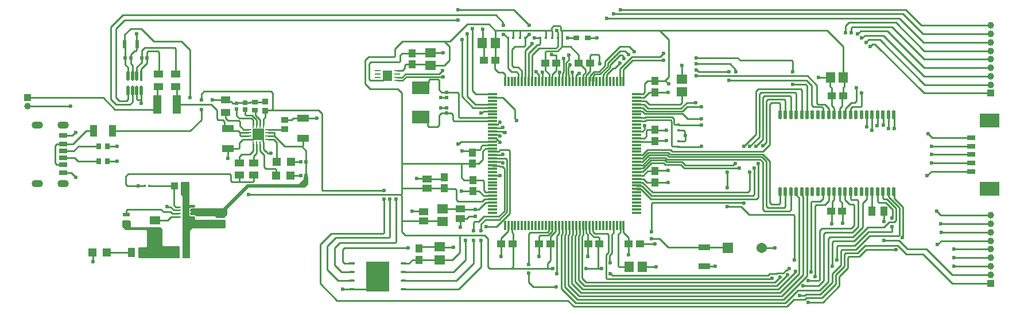
<source format=gbr>
%TF.GenerationSoftware,Altium Limited,Altium Designer,25.8.1 (18)*%
G04 Layer_Physical_Order=1*
G04 Layer_Color=255*
%FSLAX45Y45*%
%MOMM*%
%TF.SameCoordinates,7B3F40D8-49BE-4A82-B445-1243D3C56F15*%
%TF.FilePolarity,Positive*%
%TF.FileFunction,Copper,L1,Top,Signal*%
%TF.Part,Single*%
G01*
G75*
%TA.AperFunction,SMDPad,CuDef*%
G04:AMPARAMS|DCode=10|XSize=0.55mm|YSize=1.35mm|CornerRadius=0.275mm|HoleSize=0mm|Usage=FLASHONLY|Rotation=0.000|XOffset=0mm|YOffset=0mm|HoleType=Round|Shape=RoundedRectangle|*
%AMROUNDEDRECTD10*
21,1,0.55000,0.80000,0,0,0.0*
21,1,0.00000,1.35000,0,0,0.0*
1,1,0.55000,0.00000,-0.40000*
1,1,0.55000,0.00000,-0.40000*
1,1,0.55000,0.00000,0.40000*
1,1,0.55000,0.00000,0.40000*
%
%ADD10ROUNDEDRECTD10*%
%ADD11R,1.35000X0.35000*%
%ADD12R,0.35000X1.35000*%
%ADD13R,1.40000X1.50000*%
%ADD14R,1.50000X1.40000*%
%ADD15R,1.01213X1.15814*%
%ADD16R,1.15814X1.01213*%
%ADD17R,0.90000X0.80000*%
%ADD18R,1.70000X0.95000*%
%ADD19R,0.50000X0.50000*%
%ADD20R,1.35000X1.10000*%
%ADD21R,0.52000X0.56000*%
%ADD22R,1.40000X1.60000*%
G04:AMPARAMS|DCode=23|XSize=0.86107mm|YSize=0.23928mm|CornerRadius=0.11964mm|HoleSize=0mm|Usage=FLASHONLY|Rotation=0.000|XOffset=0mm|YOffset=0mm|HoleType=Round|Shape=RoundedRectangle|*
%AMROUNDEDRECTD23*
21,1,0.86107,0.00000,0,0,0.0*
21,1,0.62178,0.23928,0,0,0.0*
1,1,0.23928,0.31089,0.00000*
1,1,0.23928,-0.31089,0.00000*
1,1,0.23928,-0.31089,0.00000*
1,1,0.23928,0.31089,0.00000*
%
%ADD23ROUNDEDRECTD23*%
%ADD24R,1.80000X1.00000*%
%ADD25R,0.85000X0.70000*%
%ADD26R,0.90000X0.85000*%
%ADD27R,0.60000X1.25000*%
G04:AMPARAMS|DCode=28|XSize=1.50524mm|YSize=0.45493mm|CornerRadius=0.22746mm|HoleSize=0mm|Usage=FLASHONLY|Rotation=270.000|XOffset=0mm|YOffset=0mm|HoleType=Round|Shape=RoundedRectangle|*
%AMROUNDEDRECTD28*
21,1,1.50524,0.00000,0,0,270.0*
21,1,1.05031,0.45493,0,0,270.0*
1,1,0.45493,0.00000,-0.52516*
1,1,0.45493,0.00000,0.52516*
1,1,0.45493,0.00000,0.52516*
1,1,0.45493,0.00000,-0.52516*
%
%ADD28ROUNDEDRECTD28*%
%ADD29R,1.35000X1.00000*%
%ADD30R,0.52000X0.52000*%
%ADD31R,0.65000X0.65000*%
%ADD32R,0.55000X0.55000*%
%ADD33R,1.05000X0.90000*%
%ADD34R,1.68000X1.68000*%
G04:AMPARAMS|DCode=35|XSize=0.23928mm|YSize=0.86602mm|CornerRadius=0.11964mm|HoleSize=0mm|Usage=FLASHONLY|Rotation=0.000|XOffset=0mm|YOffset=0mm|HoleType=Round|Shape=RoundedRectangle|*
%AMROUNDEDRECTD35*
21,1,0.23928,0.62673,0,0,0.0*
21,1,0.00000,0.86602,0,0,0.0*
1,1,0.23928,0.00000,-0.31337*
1,1,0.23928,0.00000,-0.31337*
1,1,0.23928,0.00000,0.31337*
1,1,0.23928,0.00000,0.31337*
%
%ADD35ROUNDEDRECTD35*%
%ADD36R,3.50000X4.40000*%
G04:AMPARAMS|DCode=37|XSize=0.86107mm|YSize=0.39247mm|CornerRadius=0.19624mm|HoleSize=0mm|Usage=FLASHONLY|Rotation=0.000|XOffset=0mm|YOffset=0mm|HoleType=Round|Shape=RoundedRectangle|*
%AMROUNDEDRECTD37*
21,1,0.86107,0.00000,0,0,0.0*
21,1,0.46860,0.39247,0,0,0.0*
1,1,0.39247,0.23430,0.00000*
1,1,0.39247,-0.23430,0.00000*
1,1,0.39247,-0.23430,0.00000*
1,1,0.39247,0.23430,0.00000*
%
%ADD37ROUNDEDRECTD37*%
G04:AMPARAMS|DCode=38|XSize=0.86602mm|YSize=0.23928mm|CornerRadius=0.11964mm|HoleSize=0mm|Usage=FLASHONLY|Rotation=0.000|XOffset=0mm|YOffset=0mm|HoleType=Round|Shape=RoundedRectangle|*
%AMROUNDEDRECTD38*
21,1,0.86602,0.00000,0,0,0.0*
21,1,0.62673,0.23928,0,0,0.0*
1,1,0.23928,0.31337,0.00000*
1,1,0.23928,-0.31337,0.00000*
1,1,0.23928,-0.31337,0.00000*
1,1,0.23928,0.31337,0.00000*
%
%ADD38ROUNDEDRECTD38*%
%ADD39R,1.20000X0.80000*%
%ADD40R,0.73504X0.86213*%
G04:AMPARAMS|DCode=41|XSize=0.25mm|YSize=0.5mm|CornerRadius=0.05mm|HoleSize=0mm|Usage=FLASHONLY|Rotation=270.000|XOffset=0mm|YOffset=0mm|HoleType=Round|Shape=RoundedRectangle|*
%AMROUNDEDRECTD41*
21,1,0.25000,0.40000,0,0,270.0*
21,1,0.15000,0.50000,0,0,270.0*
1,1,0.10000,-0.20000,-0.07500*
1,1,0.10000,-0.20000,0.07500*
1,1,0.10000,0.20000,0.07500*
1,1,0.10000,0.20000,-0.07500*
%
%ADD41ROUNDEDRECTD41*%
%ADD42R,1.13504X1.06213*%
G04:AMPARAMS|DCode=43|XSize=0.9mm|YSize=1.6mm|CornerRadius=0.0495mm|HoleSize=0mm|Usage=FLASHONLY|Rotation=180.000|XOffset=0mm|YOffset=0mm|HoleType=Round|Shape=RoundedRectangle|*
%AMROUNDEDRECTD43*
21,1,0.90000,1.50100,0,0,180.0*
21,1,0.80100,1.60000,0,0,180.0*
1,1,0.09900,-0.40050,0.75050*
1,1,0.09900,0.40050,0.75050*
1,1,0.09900,0.40050,-0.75050*
1,1,0.09900,-0.40050,-0.75050*
%
%ADD43ROUNDEDRECTD43*%
%ADD44R,1.35000X0.95000*%
%ADD45R,0.95000X1.35000*%
%ADD46R,1.20000X1.20000*%
%ADD47R,1.00000X1.35000*%
%ADD48R,0.45000X0.45000*%
%ADD49R,0.45000X0.45000*%
%ADD50R,1.55620X1.45490*%
%ADD51R,0.45000X0.35000*%
%ADD52R,1.00000X0.55000*%
%ADD53R,1.55000X1.25000*%
%ADD54R,1.30000X0.80000*%
%ADD55R,2.60000X1.90000*%
%ADD56R,0.86107X0.39247*%
%ADD57R,1.20000X0.76000*%
%ADD58R,1.20000X0.70000*%
%ADD59R,1.00000X1.80000*%
%ADD60R,0.86602X0.23928*%
%ADD61R,1.45000X1.05000*%
%ADD62R,1.25000X2.70000*%
%ADD63R,0.55000X0.50000*%
%ADD64R,0.45493X1.50524*%
%ADD65R,3.00000X2.10000*%
%ADD66R,0.86107X0.23928*%
%TA.AperFunction,Conductor*%
%ADD67C,0.26000*%
%ADD68C,0.20000*%
%TA.AperFunction,ComponentPad*%
%ADD69C,1.00000*%
%ADD70C,1.54060*%
%ADD71R,1.54060X1.54060*%
%ADD72R,1.00000X1.00000*%
G04:AMPARAMS|DCode=73|XSize=1.1mm|YSize=1.7mm|CornerRadius=0.55mm|HoleSize=0mm|Usage=FLASHONLY|Rotation=270.000|XOffset=0mm|YOffset=0mm|HoleType=Round|Shape=RoundedRectangle|*
%AMROUNDEDRECTD73*
21,1,1.10000,0.60000,0,0,270.0*
21,1,0.00000,1.70000,0,0,270.0*
1,1,1.10000,-0.30000,0.00000*
1,1,1.10000,-0.30000,0.00000*
1,1,1.10000,0.30000,0.00000*
1,1,1.10000,0.30000,0.00000*
%
%ADD73ROUNDEDRECTD73*%
%TA.AperFunction,ViaPad*%
%ADD74C,0.60000*%
%ADD75C,0.50000*%
G36*
X4572000Y6972300D02*
Y6896100D01*
X4584700Y6883400D01*
X5016500D01*
X5041900Y6858000D01*
Y6616700D01*
X5054600Y6604000D01*
X5283200D01*
X5295900Y6591300D01*
Y6438900D01*
X5283200Y6426200D01*
X4699000D01*
X4686300Y6438900D01*
Y6578600D01*
X4699000Y6591300D01*
X4800600D01*
X4813300Y6604000D01*
Y6832600D01*
X4800600Y6845300D01*
X4495800D01*
X4445000Y6896100D01*
Y6972300D01*
X4457700Y6985000D01*
X4559300D01*
X4572000Y6972300D01*
D02*
G37*
G36*
X7146736Y7634661D02*
X7157075Y7630378D01*
X7167413Y7634661D01*
X7168200Y7636560D01*
X7188200Y7632582D01*
Y7518400D01*
X7137400Y7467600D01*
X6311900D01*
X5994400Y7150100D01*
Y7073900D01*
X5943600Y7023100D01*
X5842000D01*
X5816600Y7048500D01*
X5537200D01*
X5524500Y7061200D01*
X5461000D01*
X5448300Y7073900D01*
Y7099300D01*
X5461000Y7112000D01*
X5448300Y7124700D01*
Y7150100D01*
X5461000Y7162800D01*
X5930900D01*
X6286500Y7518400D01*
X7048500D01*
X7124700Y7594600D01*
Y7635598D01*
X7144700Y7639576D01*
X7146736Y7634661D01*
D02*
G37*
G36*
X5435600Y7543800D02*
Y7213600D01*
X5511800D01*
X5524500Y7200900D01*
Y7188200D01*
X5511800Y7175500D01*
X5448300D01*
X5435600Y7162800D01*
Y7061200D01*
X5448300Y7048500D01*
X5511800D01*
X5524500Y7035800D01*
Y6997700D01*
X5956300D01*
X5969000Y6985000D01*
Y6883400D01*
X5956300Y6870700D01*
X5486400D01*
X5448300Y6832600D01*
Y6438900D01*
X5435600Y6426200D01*
X5334000D01*
Y7340600D01*
X5308600Y7366000D01*
Y7543800D01*
X5321300Y7556500D01*
X5422900D01*
X5435600Y7543800D01*
D02*
G37*
D10*
X14868539Y8543100D02*
D03*
X15828540Y7408100D02*
D03*
X14148540Y8543100D02*
D03*
X14548540Y7408100D02*
D03*
X15428540Y8543100D02*
D03*
X15668539D02*
D03*
X14468539D02*
D03*
X14308540Y7408100D02*
D03*
X15748540D02*
D03*
X15108540D02*
D03*
X14228540Y8543100D02*
D03*
X14948540D02*
D03*
X15028540Y7408100D02*
D03*
X14228540D02*
D03*
X15748540Y8543100D02*
D03*
X14788541D02*
D03*
X14308540D02*
D03*
X15588541Y7408100D02*
D03*
X14468539D02*
D03*
X15188541Y8543100D02*
D03*
X15508540D02*
D03*
X14148540Y7408100D02*
D03*
X14788541D02*
D03*
X15668539D02*
D03*
X15028540Y8543100D02*
D03*
X14948540Y7408100D02*
D03*
X14388541D02*
D03*
X15108540Y8543100D02*
D03*
X15828540D02*
D03*
X15188541Y7408100D02*
D03*
X15588541Y8543100D02*
D03*
X14868539Y7408100D02*
D03*
X14548540Y8543100D02*
D03*
X15428540Y7408100D02*
D03*
X14388541Y8543100D02*
D03*
X14628540Y7408100D02*
D03*
X14708540D02*
D03*
X15268539D02*
D03*
X15348540D02*
D03*
X15508540D02*
D03*
X14628540Y8543100D02*
D03*
X14708540D02*
D03*
X15268539D02*
D03*
X15348540D02*
D03*
D11*
X12029925Y7950600D02*
D03*
X9904925Y8150600D02*
D03*
X12029925Y7800600D02*
D03*
X9904925Y8800600D02*
D03*
Y8300600D02*
D03*
X12029925D02*
D03*
Y7450600D02*
D03*
X9904925Y8250600D02*
D03*
X12029925Y7850600D02*
D03*
Y8800600D02*
D03*
Y8150600D02*
D03*
Y7600600D02*
D03*
X9904925Y8600600D02*
D03*
Y8100600D02*
D03*
Y7350600D02*
D03*
Y8400600D02*
D03*
X12029925Y7700600D02*
D03*
Y7500600D02*
D03*
X9904925Y7300600D02*
D03*
Y7400600D02*
D03*
Y8050600D02*
D03*
X12029925Y8200600D02*
D03*
Y7650600D02*
D03*
Y8850600D02*
D03*
Y7900600D02*
D03*
X9904925Y8350600D02*
D03*
Y8200600D02*
D03*
X12029925Y7750600D02*
D03*
Y7550600D02*
D03*
X9904925Y7650600D02*
D03*
Y8850600D02*
D03*
Y8750600D02*
D03*
Y8700600D02*
D03*
Y8650600D02*
D03*
Y8550600D02*
D03*
Y8450600D02*
D03*
Y8000600D02*
D03*
Y7950600D02*
D03*
Y7900600D02*
D03*
Y7850600D02*
D03*
Y7800600D02*
D03*
Y7750600D02*
D03*
Y7700600D02*
D03*
Y7600600D02*
D03*
Y7550600D02*
D03*
Y7500600D02*
D03*
Y7450600D02*
D03*
Y7250600D02*
D03*
Y7200600D02*
D03*
Y7150600D02*
D03*
Y7100600D02*
D03*
X12029925D02*
D03*
Y7150600D02*
D03*
Y7200600D02*
D03*
Y7250600D02*
D03*
Y7300600D02*
D03*
Y7350600D02*
D03*
Y7400600D02*
D03*
Y8000600D02*
D03*
Y8050600D02*
D03*
Y8100600D02*
D03*
Y8250600D02*
D03*
Y8350600D02*
D03*
Y8400600D02*
D03*
Y8450600D02*
D03*
Y8500600D02*
D03*
Y8550600D02*
D03*
Y8600600D02*
D03*
Y8650600D02*
D03*
Y8700600D02*
D03*
Y8750600D02*
D03*
X9904925Y8500600D02*
D03*
D12*
X11592425Y9038100D02*
D03*
X10992425Y6913100D02*
D03*
X11242425D02*
D03*
X10742425D02*
D03*
X11542425Y9038100D02*
D03*
X11292425D02*
D03*
X10792425D02*
D03*
X10142425Y6913100D02*
D03*
X11292425D02*
D03*
X10792425D02*
D03*
X11042425D02*
D03*
X11392425Y9038100D02*
D03*
X10192425Y6913100D02*
D03*
X10092425Y9038100D02*
D03*
X10842425Y6913100D02*
D03*
X11342425D02*
D03*
X11842425D02*
D03*
X10742425Y9038100D02*
D03*
X11242425D02*
D03*
X10892425Y6913100D02*
D03*
X11142425D02*
D03*
X11392425D02*
D03*
X11092425D02*
D03*
X10942425D02*
D03*
X11342425Y9038100D02*
D03*
X11192425Y6913100D02*
D03*
X10092425D02*
D03*
X10242425D02*
D03*
X10292425D02*
D03*
X10342425D02*
D03*
X10392425D02*
D03*
X10442425D02*
D03*
X10492425D02*
D03*
X10542425D02*
D03*
X10592425D02*
D03*
X10642425D02*
D03*
X10692425D02*
D03*
X11442425D02*
D03*
X11492425D02*
D03*
X11542425D02*
D03*
X11592425D02*
D03*
X11642425D02*
D03*
X11692425D02*
D03*
X11742425D02*
D03*
X11792425D02*
D03*
X11842425Y9038100D02*
D03*
X11792425D02*
D03*
X11742425D02*
D03*
X11692425D02*
D03*
X11642425D02*
D03*
X11492425D02*
D03*
X11442425D02*
D03*
X11192425D02*
D03*
X11142425D02*
D03*
X11092425D02*
D03*
X11042425D02*
D03*
X10992425D02*
D03*
X10942425D02*
D03*
X10892425D02*
D03*
X10842425D02*
D03*
X10692425D02*
D03*
X10642425D02*
D03*
X10592425D02*
D03*
X10542425D02*
D03*
X10492425D02*
D03*
X10442425D02*
D03*
X10392425D02*
D03*
X10342425D02*
D03*
X10292425D02*
D03*
X10242425D02*
D03*
X10192425D02*
D03*
X10142425D02*
D03*
D13*
X14893539Y9093200D02*
D03*
X9760200Y9601200D02*
D03*
X12115300Y6299200D02*
D03*
X15083540Y9093200D02*
D03*
X9950200Y9601200D02*
D03*
X11925300Y6299200D02*
D03*
D14*
X12700000Y9073900D02*
D03*
X8991600Y9461500D02*
D03*
X9131300Y6597400D02*
D03*
X8991600Y9271500D02*
D03*
X9131300Y6407400D02*
D03*
X12700000Y8883900D02*
D03*
D15*
X12306300Y8877300D02*
D03*
Y7550001D02*
D03*
Y8159601D02*
D03*
X9613900Y7988599D02*
D03*
X9620250Y7416561D02*
D03*
X8724900Y9455400D02*
D03*
X9194800Y7626500D02*
D03*
X8826500Y6572399D02*
D03*
X12306300Y9042699D02*
D03*
Y8324999D02*
D03*
Y7715399D02*
D03*
X8724900Y9290001D02*
D03*
X9613900Y7823200D02*
D03*
X9620250Y7581959D02*
D03*
X9194800Y7461101D02*
D03*
X8826500Y6407001D02*
D03*
D16*
X14912041Y8826500D02*
D03*
X11347599Y9309100D02*
D03*
X10852299D02*
D03*
X9785200Y9347200D02*
D03*
X15068700Y7124700D02*
D03*
X12084199Y6642100D02*
D03*
X11321901D02*
D03*
X10039201D02*
D03*
X10598001D02*
D03*
X11182201Y9309100D02*
D03*
X10686901D02*
D03*
X14903300Y7124700D02*
D03*
X11918801Y6642100D02*
D03*
X11487299D02*
D03*
X10763399D02*
D03*
X9950599Y9347200D02*
D03*
X10204600Y6642100D02*
D03*
X15077440Y8826500D02*
D03*
D17*
X11311800Y9677400D02*
D03*
X11141800D02*
D03*
D18*
X13030200Y6311600D02*
D03*
Y6591600D02*
D03*
D19*
X9652000Y7048500D02*
D03*
Y7148500D02*
D03*
D20*
X9436100Y7016600D02*
D03*
X8940800Y7601100D02*
D03*
X8890000Y7118500D02*
D03*
X8940800Y7461100D02*
D03*
X8890000Y6978500D02*
D03*
X9436100Y7156600D02*
D03*
D21*
X9232900Y8800200D02*
D03*
Y8649600D02*
D03*
Y8571600D02*
D03*
Y8878200D02*
D03*
D22*
X8356600Y9125200D02*
D03*
D23*
X8214047Y9050200D02*
D03*
X8499153Y9200200D02*
D03*
Y9100200D02*
D03*
X8499153Y9050200D02*
D03*
X8499153Y9150200D02*
D03*
X8214047Y9100200D02*
D03*
Y9150200D02*
D03*
D24*
X7113374Y8495900D02*
D03*
X6008475Y8043499D02*
D03*
Y8343500D02*
D03*
X7113374Y8195900D02*
D03*
D25*
X6402174Y8736200D02*
D03*
X6402174Y8611199D02*
D03*
D26*
X6553200Y8739100D02*
D03*
X6553199Y8609100D02*
D03*
D27*
X4663500Y9585677D02*
D03*
X4483500D02*
D03*
D28*
X4725900Y8898503D02*
D03*
X4660900D02*
D03*
X4595900Y9118600D02*
D03*
X4530900D02*
D03*
X4530900Y8898504D02*
D03*
X4595900Y8898503D02*
D03*
X4660900Y9118600D02*
D03*
D29*
X5970049Y8763700D02*
D03*
X6389474Y7656599D02*
D03*
X6173574Y7655500D02*
D03*
X5970049Y8583700D02*
D03*
X6173574Y7835500D02*
D03*
X6389474Y7836600D02*
D03*
D30*
X4573500Y9382477D02*
D03*
X4493500Y9382477D02*
D03*
X4734800Y9382477D02*
D03*
X4814800Y9382478D02*
D03*
D31*
X6261749Y8723700D02*
D03*
Y8623700D02*
D03*
D32*
X6135474Y8718700D02*
D03*
Y8628700D02*
D03*
D33*
X6846674Y8470500D02*
D03*
Y8335500D02*
D03*
D34*
X6451600Y8255000D02*
D03*
D35*
X6526600Y8112694D02*
D03*
X6526600Y8397305D02*
D03*
X6426600Y8397305D02*
D03*
X6376600Y8112694D02*
D03*
X6376600Y8397305D02*
D03*
X6476600Y8112694D02*
D03*
Y8397305D02*
D03*
X6426600Y8112694D02*
D03*
D36*
X8215347Y6159500D02*
D03*
D37*
X7832793Y5969000D02*
D03*
X8597900Y6350000D02*
D03*
Y6223000D02*
D03*
Y5969000D02*
D03*
X7832793Y6223000D02*
D03*
X8597900Y6096000D02*
D03*
X7832794D02*
D03*
D38*
X6309294Y8180000D02*
D03*
Y8280000D02*
D03*
Y8230000D02*
D03*
X6593906D02*
D03*
Y8280000D02*
D03*
Y8329999D02*
D03*
Y8180000D02*
D03*
D39*
X3576600Y8237675D02*
D03*
Y7687675D02*
D03*
D40*
X4225179Y8076726D02*
D03*
X4227139Y7861300D02*
D03*
X4102100Y8076726D02*
D03*
X4104061Y7861300D02*
D03*
D41*
X5479800Y7187000D02*
D03*
X5479800Y7037000D02*
D03*
X5289799Y7137000D02*
D03*
X5289800Y7087000D02*
D03*
X5479800D02*
D03*
X5479800Y7137000D02*
D03*
X5289800Y7037000D02*
D03*
X5289799Y7187000D02*
D03*
D42*
X5377440Y7493000D02*
D03*
X5214361Y7493000D02*
D03*
D43*
X5384800Y7112000D02*
D03*
D44*
X5892800Y6935400D02*
D03*
Y7085400D02*
D03*
D45*
X5383600Y6515100D02*
D03*
X5233600D02*
D03*
D46*
X4009800D02*
D03*
X4219800D02*
D03*
X6719674Y7645000D02*
D03*
X6723075Y7848199D02*
D03*
X6933074D02*
D03*
X6929675Y7645000D02*
D03*
D47*
X15505600Y7124700D02*
D03*
X15685600D02*
D03*
X4763600Y6515100D02*
D03*
X4583600D02*
D03*
D48*
X12649200Y8318500D02*
D03*
Y8155300D02*
D03*
Y8398500D02*
D03*
Y8075300D02*
D03*
D49*
X10793100Y9677400D02*
D03*
X10695300D02*
D03*
X10214600D02*
D03*
X10312400D02*
D03*
X10873100D02*
D03*
X10392400D02*
D03*
X10615300D02*
D03*
X10134600D02*
D03*
D50*
X9169400Y6968635D02*
D03*
Y7153765D02*
D03*
D51*
X4780800Y7493000D02*
D03*
X4845800D02*
D03*
D52*
X4508500Y6947900D02*
D03*
X4508500Y7072900D02*
D03*
D53*
X4927600Y6780900D02*
D03*
Y6985900D02*
D03*
D54*
X16967200Y7834474D02*
D03*
Y8209474D02*
D03*
Y7959474D02*
D03*
Y8084474D02*
D03*
Y7709474D02*
D03*
D55*
X8851900Y8509900D02*
D03*
Y8939900D02*
D03*
D56*
X7832794Y6350000D02*
D03*
D57*
X3576600Y8114675D02*
D03*
Y7810675D02*
D03*
D58*
Y8012675D02*
D03*
Y7912675D02*
D03*
D59*
X4305600Y8305800D02*
D03*
X4025600D02*
D03*
D60*
X6309294Y8330000D02*
D03*
D61*
X5233900Y8959777D02*
D03*
X4979900Y8959778D02*
D03*
X4979900Y9144777D02*
D03*
X5233900Y9144776D02*
D03*
D62*
X5249400Y8696677D02*
D03*
X4964400Y8696676D02*
D03*
D63*
X7157075Y7644999D02*
D03*
Y7848199D02*
D03*
X7082074Y7644999D02*
D03*
Y7848199D02*
D03*
D64*
X4725901Y9118600D02*
D03*
D65*
X17242200Y8464474D02*
D03*
Y7454474D02*
D03*
D66*
X8214047Y9200200D02*
D03*
D67*
X13576300Y7188200D02*
X13690601Y7073900D01*
X14348470D01*
X13373100Y7188200D02*
X13576300D01*
X14363699Y6400800D02*
Y7058669D01*
X14348470Y7073900D02*
X14363699Y7058669D01*
X3054300Y8674600D02*
X3682500D01*
X3683000Y8674100D01*
X16713200Y6565900D02*
X16715550Y6563550D01*
X17256950D01*
X16713200Y6438900D02*
X16714549Y6437550D01*
X17257950D01*
X16713550Y6311550D02*
X17258949D01*
X16713200Y6311900D02*
X16713550Y6311550D01*
X14566901Y5778500D02*
X14782800D01*
X15024100Y6019800D01*
X10960100Y9169400D02*
Y9372600D01*
X11049000Y9274500D02*
Y9283700D01*
X11037925Y9042600D02*
X11042425Y9038100D01*
X10992425Y9316025D02*
X11030800Y9354400D01*
X11023600Y9144000D02*
Y9249100D01*
Y9144000D02*
X11037925Y9129675D01*
X10942425Y9151725D02*
X10960100Y9169400D01*
X11037925Y9042600D02*
Y9129675D01*
X11023600Y9249100D02*
X11049000Y9274500D01*
X10992425Y9038100D02*
Y9316025D01*
X11030800Y9417900D02*
X11036300Y9423400D01*
X11030800Y9354400D02*
Y9417900D01*
X8499153Y9050200D02*
X8580300D01*
X8636000Y9105900D01*
X9182100D01*
X8968731Y8369300D02*
X9093200D01*
X8953500Y8384531D02*
Y8427900D01*
Y8384531D02*
X8968731Y8369300D01*
X9093200D02*
X9118600Y8394700D01*
X8851900Y8509900D02*
X8871500D01*
X8953500Y8427900D01*
X8851900Y8939900D02*
X8885384D01*
X8967384Y9021900D01*
Y9052569D01*
X9118600Y8915400D02*
Y9052569D01*
X8982615Y9067800D02*
X9103369D01*
X8967384Y9052569D02*
X8982615Y9067800D01*
X9103369D02*
X9118600Y9052569D01*
X8499153Y9100200D02*
X8579500D01*
X8623547Y9144247D02*
X9118847D01*
X8579500Y9100200D02*
X8623547Y9144247D01*
X9118847D02*
X9169400Y9194800D01*
X9271000Y9347200D02*
Y9550400D01*
X8991600Y9271500D02*
X9195300D01*
X10210800Y6299200D02*
Y6794500D01*
X10185400Y6273800D02*
X10731500D01*
X12446000Y9042400D02*
X12509500Y9105900D01*
X9195300Y9271500D02*
X9271000Y9347200D01*
X14289326Y7124700D02*
X14308540Y7143914D01*
X13918018Y7124700D02*
X14289326D01*
X13893800Y7148917D02*
X13918018Y7124700D01*
X13893800Y7148917D02*
Y7848600D01*
X14308540Y7143914D02*
Y7408100D01*
X14228540Y7190731D02*
Y7408100D01*
X14213309Y7175500D02*
X14228540Y7190731D01*
X13968817Y7175500D02*
X14213309D01*
X13944600Y7199717D02*
X13968817Y7175500D01*
X13944600Y7199717D02*
Y7861300D01*
X13373100Y7467600D02*
Y7696200D01*
X13493594Y9188605D02*
Y9214005D01*
Y9188605D02*
X13500101Y9182100D01*
X13411200Y9296400D02*
X13493594Y9214005D01*
X12915900Y9296400D02*
X13411200D01*
X7721600Y6578600D02*
X8666808D01*
X15828540Y8543100D02*
X15832719Y8538920D01*
Y8348080D02*
Y8538920D01*
Y8348080D02*
X15836900Y8343900D01*
X14148540Y8543100D02*
Y8709669D01*
X14133310Y8724900D02*
X14148540Y8709669D01*
X13995399Y8700665D02*
X14019635Y8724900D01*
X14133310D01*
X12029925Y7950600D02*
X12034426Y7955100D01*
X12120700D01*
X12192000Y8026400D01*
X12534900D01*
X12560300Y8001000D01*
X13893800D02*
X13995399Y8102600D01*
Y8700665D01*
X12560300Y8001000D02*
X13893800D01*
X9442500Y8150600D02*
X9904925D01*
X9407200Y8115300D02*
X9442500Y8150600D01*
X9398000Y8115300D02*
X9407200D01*
X15963901Y6763231D02*
Y7180304D01*
X15957706Y6757036D02*
X15963901Y6763231D01*
X15834090Y7310115D02*
X15963901Y7180304D01*
X15957706Y6737505D02*
Y6757036D01*
X15951199Y6731000D02*
X15957706Y6737505D01*
X15828540Y7408100D02*
X15834090Y7402551D01*
Y7310115D02*
Y7402551D01*
X15417799Y6553200D02*
X15862300D01*
X15166331Y6451600D02*
X15316200D01*
X15417799Y6553200D01*
X15151100Y6436369D02*
X15166331Y6451600D01*
X15151100Y6286500D02*
Y6436369D01*
X15024100Y6159500D02*
X15151100Y6286500D01*
X15024100Y6019800D02*
Y6159500D01*
X12915900Y9118600D02*
X14554201D01*
X14693900Y8714731D02*
Y8978900D01*
X14554201Y9118600D02*
X14693900Y8978900D01*
Y8714731D02*
X14709131Y8699500D01*
X14808200D01*
X11712159Y9235659D02*
X11785600Y9309100D01*
X11592425Y9038100D02*
Y9141325D01*
X11686759Y9235659D01*
X11712159D01*
X14868539Y8543100D02*
Y8639160D01*
X14808200Y8699500D02*
X14868539Y8639160D01*
X12484100Y7886700D02*
X13855701D01*
X13893800Y7848600D01*
X12458700Y7912100D02*
X12484100Y7886700D01*
X12034426Y7805100D02*
X12123100D01*
X12029925Y7800600D02*
X12034426Y7805100D01*
X12230100Y7912100D02*
X12458700D01*
X12123100Y7805100D02*
X12230100Y7912100D01*
X12270731Y7251700D02*
X13592500D01*
X12255500Y7236469D02*
X12270731Y7251700D01*
X12255500Y6819900D02*
Y7236469D01*
X13592500Y7251700D02*
X13605200Y7239000D01*
X13614400D01*
X10236200Y8490431D02*
Y8623300D01*
X10058900Y8800600D02*
X10236200Y8623300D01*
X10261600Y8458200D02*
Y8465031D01*
X10236200Y8490431D02*
X10261600Y8465031D01*
X9904925Y8800600D02*
X10058900D01*
X13614400Y8077200D02*
X13792200Y8255000D01*
X13826605Y8928100D02*
X14452600D01*
X14468539Y8912160D01*
X13792200Y8893695D02*
X13826605Y8928100D01*
X14468539Y8543100D02*
Y8912160D01*
X13792200Y8255000D02*
Y8893695D01*
X15670171Y8396330D02*
Y8541470D01*
Y8396330D02*
X15671800Y8394700D01*
X15668539Y8543100D02*
X15670171Y8541470D01*
X10068094Y8286905D02*
X10089995D01*
X10054399Y8300600D02*
X10068094Y8286905D01*
X9904925Y8300600D02*
X10054399D01*
X10089995Y8286905D02*
X10096500Y8280400D01*
X15429520Y8370280D02*
X15430499Y8369300D01*
X15429520Y8370280D02*
Y8542120D01*
X15428540Y8543100D02*
X15429520Y8542120D01*
X12153900Y8331200D02*
Y8382000D01*
X12123300Y8300600D02*
X12153900Y8331200D01*
X12029925Y8300600D02*
X12123300D01*
X14198599Y5816600D02*
X14548540Y6166540D01*
Y7408100D01*
X11163300Y5816600D02*
X14198599D01*
X10972800Y6007100D02*
Y6769100D01*
Y6007100D02*
X11163300Y5816600D01*
X10992425Y6788725D02*
Y6913100D01*
X10972800Y6769100D02*
X10992425Y6788725D01*
X13830299Y7327900D02*
Y7823200D01*
X13893800Y8089900D02*
X13944600Y8140700D01*
Y8751465D01*
X13968835Y8775700D01*
X14213309D01*
X14228540Y8760469D01*
Y8543100D02*
Y8760469D01*
X12029925Y7450600D02*
X12034426Y7446100D01*
X12099200D01*
X12242800Y7302500D02*
X13804900D01*
X12099200Y7446100D02*
X12242800Y7302500D01*
X13804900D02*
X13830299Y7327900D01*
X15108540Y7294260D02*
Y7408100D01*
X11242425Y6772025D02*
Y6913100D01*
X11226800Y6756400D02*
X11242425Y6772025D01*
X11226800Y6134100D02*
Y6756400D01*
Y6134100D02*
X11290300Y6070600D01*
X14566901Y6096000D02*
X14719299D01*
X14732001Y6108700D01*
Y6832600D01*
X11290300Y6070600D02*
X14071600D01*
X14147800Y6146800D01*
X14732001Y6832600D02*
X14770100Y6870700D01*
X15224770Y7226300D02*
X15239999Y7211069D01*
X15201900Y6870700D02*
X15239999Y6908800D01*
X15108540Y7294260D02*
X15176500Y7226300D01*
X14770100Y6870700D02*
X15201900D01*
X15176500Y7226300D02*
X15224770D01*
X15239999Y6908800D02*
Y7211069D01*
X10505431Y6007100D02*
X10845800D01*
X10439400Y6073131D02*
Y6210300D01*
Y6073131D02*
X10505431Y6007100D01*
X14439900Y5880100D02*
X14516100D01*
X10439400Y6337300D02*
Y6781800D01*
X10464800Y6807200D01*
X10718800D01*
X10737925Y6826325D01*
Y6908600D02*
X10742425Y6913100D01*
X10737925Y6826325D02*
Y6908600D01*
X14516100Y5880100D02*
X14528799Y5892800D01*
X14744701D01*
X14922501Y6070600D01*
Y6197600D01*
X15754089Y7334511D02*
Y7402551D01*
X15748540Y7408100D02*
X15754089Y7402551D01*
Y7334511D02*
X15913100Y7175500D01*
X15265401Y6553200D02*
X15468600Y6756400D01*
X14922501Y6197600D02*
X15049500Y6324600D01*
X15064731Y6553200D02*
X15265401D01*
X15049500Y6537969D02*
X15064731Y6553200D01*
X15049500Y6324600D02*
Y6537969D01*
X15468600Y6756400D02*
X15897868D01*
X15913100Y6771631D02*
Y7175500D01*
X15897868Y6756400D02*
X15913100Y6771631D01*
X13398500Y9055100D02*
X14541499D01*
X14617700Y8686800D02*
Y8978900D01*
X14541499Y9055100D02*
X14617700Y8978900D01*
Y8686800D02*
X14643100Y8661400D01*
X14770100D01*
X12915900Y9207500D02*
X12925101D01*
X12950500Y9182100D01*
X13398500D01*
X11785600Y9423400D02*
X11823700D01*
X11842595Y9379105D02*
X11849100Y9372600D01*
X11645900Y9283700D02*
X11785600Y9423400D01*
X11842595Y9379105D02*
Y9404505D01*
X11823700Y9423400D02*
X11842595Y9404505D01*
X11542425Y9142125D02*
X11645900Y9245600D01*
Y9283700D01*
X11542425Y9038100D02*
Y9142125D01*
X14788541Y8543100D02*
Y8642960D01*
X14770100Y8661400D02*
X14788541Y8642960D01*
X15748270Y8542830D02*
X15748540Y8543100D01*
X15748270Y8344170D02*
Y8542830D01*
X15748000Y8343900D02*
X15748270Y8344170D01*
X9904925Y8250600D02*
X9909425Y8246100D01*
X9994600D01*
X10011100Y8229600D02*
X10020300D01*
X9994600Y8246100D02*
X10011100Y8229600D01*
X13881100Y7924800D02*
X13944600Y7861300D01*
X12484100Y7950200D02*
X12509500Y7924800D01*
X13881100D01*
X12034426Y7855100D02*
X12122300D01*
X12029925Y7850600D02*
X12034426Y7855100D01*
X12217400Y7950200D02*
X12484100D01*
X12122300Y7855100D02*
X12217400Y7950200D01*
X14719299Y9093200D02*
X14893539D01*
X12700000Y9073900D02*
Y9271000D01*
X14884399Y8966200D02*
X14912041Y8938559D01*
X14884399Y8966200D02*
Y9084060D01*
X14912041Y8826500D02*
Y8938559D01*
X11468100Y9436100D02*
X11486995Y9417205D01*
Y9302905D02*
Y9417205D01*
X11311800Y9677400D02*
X11451500D01*
X11362830Y9436100D02*
X11468100D01*
X12217400Y8877300D02*
X12496800D01*
X11486995Y9302905D02*
X11493500Y9296400D01*
X12140700Y8800600D02*
X12217400Y8877300D01*
X14948540Y8543100D02*
Y8648060D01*
X14912041Y8684559D02*
Y8826500D01*
Y8684559D02*
X14948540Y8648060D01*
X12312501Y7543800D02*
X12496800D01*
X12312799Y8166100D02*
X12471400D01*
X12306300Y7550001D02*
X12312501Y7543800D01*
X12306300Y8159601D02*
X12312799Y8166100D01*
X12297299Y8150600D02*
X12306300Y8159601D01*
X12029925Y8150600D02*
X12297299D01*
X12029925Y8800600D02*
X12140700D01*
X12185799Y7550001D02*
X12306300D01*
X12029925Y7600600D02*
X12135200D01*
X12185799Y7550001D01*
X11347599Y9420869D02*
X11362830Y9436100D01*
X11347599Y9309100D02*
Y9420869D01*
X10852299Y9309100D02*
Y9429899D01*
X11347599Y9188599D02*
Y9309100D01*
X11292425Y9133425D02*
X11347599Y9188599D01*
X11292425Y9038100D02*
Y9133425D01*
X10852299Y9201299D02*
Y9309100D01*
X10792425Y9141425D02*
X10852299Y9201299D01*
X10792425Y9038100D02*
Y9141425D01*
X9766300Y9607300D02*
Y9804400D01*
X9760200Y9601200D02*
X9766300Y9607300D01*
X9760200Y9601200D02*
X9785200Y9576200D01*
X10782300Y9436100D02*
X10788805Y9442605D01*
X10788501Y9429899D02*
X10852299D01*
X10782300Y9436100D02*
X10788501Y9429899D01*
X9785200Y9347200D02*
Y9576200D01*
X9778200Y8600600D02*
X9904925D01*
X9740900Y8572500D02*
X9750100D01*
X9764300Y8100600D02*
X9904925D01*
X9750100Y8572500D02*
X9778200Y8600600D01*
X9740900Y8077200D02*
X9764300Y8100600D01*
X9740900Y8051800D02*
Y8077200D01*
X9722606Y8033506D02*
X9740900Y8051800D01*
X9651507Y8033506D02*
X9722606D01*
X9613900Y7995899D02*
X9651507Y8033506D01*
X9232450Y8800650D02*
X9232900Y8800200D01*
X9461500Y8013700D02*
X9588799D01*
X9613900Y7988599D01*
X9620250Y7423150D02*
X9709150D01*
X15068700Y7124700D02*
Y7245201D01*
Y7124700D02*
X15074899Y7118499D01*
X15028540Y7285360D02*
Y7408100D01*
Y7285360D02*
X15068700Y7245201D01*
X15074899Y6946900D02*
Y7118499D01*
X12084199Y6642100D02*
X12306300D01*
X13882567Y6581152D02*
X14069048D01*
X14071600Y6578600D01*
X13880016Y6583703D02*
X13882567Y6581152D01*
X17256950Y6563550D02*
X17259300Y6561200D01*
X17257950Y6437550D02*
X17259300Y6436200D01*
X17258949Y6311550D02*
X17259300Y6311200D01*
X13030499Y6311900D02*
X13195300D01*
X13030200Y6311600D02*
X13030499Y6311900D01*
X12115300Y6299200D02*
X12319000D01*
X10787925Y6908600D02*
X10792425Y6913100D01*
X9781700Y7350600D02*
X9904925D01*
X9709150Y7423150D02*
X9781700Y7350600D01*
X11292425Y6805075D02*
Y6913100D01*
X10787925Y6825525D02*
Y6908600D01*
X10137925Y6823225D02*
Y6908600D01*
X10731500Y6769100D02*
X10787925Y6825525D01*
X9613900Y7416800D02*
X9620250Y7423150D01*
X9563100Y7048500D02*
X9652000D01*
X9448800Y7416800D02*
X9613900D01*
X9436100Y7016600D02*
X9531200D01*
X9563100Y7048500D01*
X9436100Y6883400D02*
Y7016600D01*
X11315700Y6648301D02*
Y6781800D01*
X11292425Y6805075D02*
X11315700Y6781800D01*
Y6648301D02*
X11321901Y6642100D01*
X10613232Y6769100D02*
X10731500D01*
X10598001Y6753869D02*
X10613232Y6769100D01*
X10598001Y6642100D02*
Y6753869D01*
X11315700Y6451600D02*
Y6635899D01*
X11321901Y6642100D01*
X10591800Y6451600D02*
Y6635899D01*
X10598001Y6642100D01*
X10039201Y6724501D02*
X10137925Y6823225D01*
X10039201Y6642100D02*
Y6724501D01*
X10033000Y6635899D02*
X10039201Y6642100D01*
X10033000Y6451600D02*
Y6635899D01*
X8991600Y9461500D02*
X9182100D01*
X8985500Y9455400D02*
X8991600Y9461500D01*
X8579100Y9455400D02*
X8724900D01*
X8985500D01*
X8547100Y9337031D02*
Y9423400D01*
X8579100Y9455400D01*
X8531869Y9321800D02*
X8547100Y9337031D01*
X8115300Y9321800D02*
X8531869D01*
X8089900Y9067800D02*
Y9296400D01*
X8115300Y9321800D01*
X8356600Y9115200D02*
Y9125200D01*
X8291600Y9050200D02*
X8356600Y9115200D01*
X8214047Y9050200D02*
X8291600D01*
X8107500D02*
X8214047D01*
X8089900Y9067800D02*
X8107500Y9050200D01*
X9232450Y8649150D02*
X9232900Y8649600D01*
X9144450Y8800650D02*
X9232450D01*
X9144450Y8649150D02*
X9232450D01*
X9144000Y8801100D02*
X9144450Y8800650D01*
X9144000Y8648700D02*
X9144450Y8649150D01*
X7113374Y8495900D02*
X7113775Y8496300D01*
X7315200D01*
X6550300Y8736200D02*
X6553200Y8739100D01*
X6402174Y8736200D02*
X6550300D01*
X6335900D02*
X6402174D01*
X6323400Y8723700D02*
X6335900Y8736200D01*
X6261749Y8723700D02*
X6323400D01*
X6971900Y8495900D02*
X7113374D01*
X6946500Y8470500D02*
X6971900Y8495900D01*
X6846674Y8470500D02*
X6946500D01*
X4662200Y9586977D02*
X4663500Y9585677D01*
X4660900Y9583077D02*
X4663500Y9585677D01*
X4662200Y9586977D02*
Y9739600D01*
X4660900Y9740900D02*
X4662200Y9739600D01*
X4660900Y9502131D02*
Y9583077D01*
X4725150Y8897754D02*
X4725900Y8898503D01*
X4660900Y8778231D02*
Y8898503D01*
X4725150Y8763000D02*
Y8897754D01*
X4645669Y9486900D02*
X4660900Y9502131D01*
X4622800Y9486900D02*
X4645669D01*
X4573500Y9382477D02*
Y9437600D01*
X4622800Y9486900D01*
X4572000Y9380977D02*
X4573500Y9382477D01*
X4595900Y9118600D02*
Y9272500D01*
X4572000Y9296400D02*
Y9380977D01*
Y9296400D02*
X4595900Y9272500D01*
X5996149Y8737600D02*
X6057900D01*
X5970049Y8763700D02*
X5996149Y8737600D01*
X6137974Y8721200D02*
X6259249D01*
X5969348Y8763000D02*
X5970049Y8763700D01*
X5778500Y8763000D02*
X5969348D01*
X6259249Y8721200D02*
X6261749Y8723700D01*
X6135474Y8718700D02*
X6137974Y8721200D01*
X6057900Y8737600D02*
X6076800Y8718700D01*
X6135474D01*
X4724400Y8712200D02*
X4725150Y8712950D01*
X4676131Y8763000D02*
X4725150D01*
X4660900Y8778231D02*
X4676131Y8763000D01*
X4725150Y8712950D02*
Y8763000D01*
X3053800Y8675100D02*
X3054300Y8674600D01*
X6588294Y7982105D02*
X6635595D01*
X6569400Y8001000D02*
X6588294Y7982105D01*
X6635595D02*
X6642100Y7975600D01*
X9169401Y7601100D02*
X9194800Y7626500D01*
X8788400Y7607300D02*
X8934600D01*
X6451600Y8255000D02*
X6522600Y8184000D01*
Y8145959D02*
Y8184000D01*
X6380600D02*
X6451600Y8255000D01*
X6342559Y8184000D02*
X6380600D01*
X6526600Y8040300D02*
X6565900Y8001000D01*
X6526600Y8040300D02*
Y8112694D01*
X6565900Y8001000D02*
X6569400D01*
X6522600Y8145959D02*
X6526600Y8141959D01*
Y8112694D02*
Y8141959D01*
X8940800Y7601100D02*
X9169401D01*
X8934600Y7607300D02*
X8940800Y7601100D01*
X8883800Y7124700D02*
X8890000Y7118500D01*
X9131300Y6597400D02*
X9137400Y6591300D01*
X9334500D01*
X8826500Y6572399D02*
X8851501Y6597400D01*
X9131300D01*
X8724900Y7124700D02*
X8883800D01*
X8215347Y6131000D02*
Y6159500D01*
X7696200Y5969000D02*
X7832793D01*
X7832793Y5969000D01*
X8053347D02*
X8215347Y6131000D01*
X7832793Y5969000D02*
X8053347D01*
X6338559Y8180000D02*
X6342559Y8184000D01*
X6309294Y8180000D02*
X6338559D01*
X6172200Y8128000D02*
X6224200Y8180000D01*
X6309294D01*
X6172200Y8058730D02*
Y8128000D01*
X6156969Y8043499D02*
X6172200Y8058730D01*
X6008475Y8043499D02*
X6156969D01*
X6007100Y8042125D02*
X6008475Y8043499D01*
X3707274Y8237675D02*
X3750000Y8280400D01*
X3759200D01*
X3576600Y8237675D02*
X3707274D01*
X4225653Y8077200D02*
X4368800D01*
X4225179Y8076726D02*
X4225653Y8077200D01*
X6007100Y7899400D02*
Y8042125D01*
X4227139Y7861300D02*
X4368800D01*
X3576600Y7687675D02*
X3691525D01*
X3759200Y7620000D01*
X4013200Y6375400D02*
Y6511700D01*
X4009800Y6515100D02*
X4013200Y6511700D01*
X15505600Y7124700D02*
X15508540Y7127640D01*
Y7408100D01*
X15506700Y8318500D02*
X15507620Y8319420D01*
Y8542180D01*
X15508540Y8543100D01*
X10011100Y8432800D02*
X10020300D01*
X9983400Y8405100D02*
X10011100Y8432800D01*
X9904925Y8400600D02*
X9909425Y8405100D01*
X9983400D01*
X12433300Y7835900D02*
X12458700Y7810500D01*
X12255500Y7835900D02*
X12433300D01*
X12124700Y7705100D02*
X12255500Y7835900D01*
X12029925Y7700600D02*
X12034426Y7705100D01*
X12124700D01*
X15188541Y8543100D02*
Y8635340D01*
X15214600Y8661400D01*
X15339069D01*
X15354300Y8676631D01*
Y8864600D01*
X12458700Y7810500D02*
X12687300D01*
X12738100Y7759700D02*
X13550900D01*
X12687300Y7810500D02*
X12738100Y7759700D01*
X14490700Y6184900D02*
Y7338369D01*
X14468539Y7360529D02*
X14490700Y7338369D01*
X14468539Y7360529D02*
Y7408100D01*
X14173199Y5867400D02*
X14490700Y6184900D01*
X11188700Y5867400D02*
X14173199D01*
X11023600Y6032500D02*
X11188700Y5867400D01*
X11023600Y6032500D02*
Y6769100D01*
X11042425Y6787925D02*
Y6913100D01*
X11023600Y6769100D02*
X11042425Y6787925D01*
X11392425Y9038100D02*
X11396925Y9042600D01*
Y9123625D02*
X11417300Y9144000D01*
X11396925Y9042600D02*
Y9123625D01*
X11417300Y9144000D02*
X11493500D01*
X11607800Y9258300D01*
Y9309100D01*
X11785600Y9486900D01*
X11861664D02*
X11912552Y9436012D01*
X11785600Y9486900D02*
X11861664D01*
X15001231Y6616700D02*
X15252699D01*
X15455901Y6819900D01*
X15798801D01*
Y6896100D01*
X15588541Y7266931D02*
X15603770Y7251700D01*
X15588541Y7266931D02*
Y7408100D01*
X15798801Y7023100D02*
X15804012Y7028311D01*
X15811501D01*
X15603770Y7251700D02*
X15709900D01*
X15811501Y7028311D02*
Y7150100D01*
X15709900Y7251700D02*
X15811501Y7150100D01*
X14986000Y6400800D02*
Y6601469D01*
X15001231Y6616700D01*
X13766800Y7368531D02*
Y7759700D01*
X13792200Y8077200D02*
X13893800Y8178800D01*
Y8802265D01*
X13918034Y8826500D01*
X14293309D01*
X14308540Y8543100D02*
Y8811269D01*
X14293309Y8826500D02*
X14308540Y8811269D01*
X12029925Y7500600D02*
X12034426Y7496100D01*
X12112700D01*
X12255500Y7353300D01*
X13751569D02*
X13766800Y7368531D01*
X12255500Y7353300D02*
X13751569D01*
X8102600Y8928100D02*
X8509000D01*
X8572500Y7823200D02*
X9448800D01*
X8509000Y8928100D02*
X8572500Y8864600D01*
Y7823200D02*
Y8864600D01*
Y7461100D02*
Y7823200D01*
X15684500Y6692900D02*
X15900400D01*
X16027400Y6565900D01*
X16306799D01*
X16687801Y6184900D01*
X16916400D01*
X15083540Y9093200D02*
Y9554460D01*
X15100301Y8966200D02*
Y9076440D01*
X14846300Y9791700D02*
X15083540Y9554460D01*
X12509500Y9105900D02*
Y9652000D01*
X15077440Y8943340D02*
X15100301Y8966200D01*
X15062199Y8811260D02*
X15077440Y8826500D01*
Y8943340D01*
X15062199Y8674100D02*
Y8811260D01*
X12369800Y9791700D02*
X14846300D01*
X12369800D02*
X12509500Y9652000D01*
X12306599Y9042400D02*
X12446000D01*
X12192299Y9042699D02*
X12306300D01*
X10919469Y9791700D02*
X12369800D01*
X12306300Y9042699D02*
X12306599Y9042400D01*
X12500300Y9004300D02*
X12509500D01*
X12446000Y9042400D02*
X12462200D01*
X12500300Y9004300D01*
X15028540Y8543100D02*
Y8640440D01*
X15062199Y8674100D01*
X12725400Y8318500D02*
X12744295Y8299605D01*
X12649200Y8318500D02*
X12725400D01*
X12744295Y8248805D02*
Y8299605D01*
X12750800Y8168631D02*
Y8242300D01*
X12735569Y8153400D02*
X12750800Y8168631D01*
X12744295Y8248805D02*
X12750800Y8242300D01*
X12649200Y8155300D02*
X12651100Y8153400D01*
X12735569D01*
X12306300Y8324999D02*
X12312799Y8318500D01*
X12194531Y8324999D02*
X12306300D01*
X12312799Y8318500D02*
X12471400D01*
X10896600Y9855200D02*
X10919469Y9832331D01*
X10807700Y9855200D02*
X10896600D01*
X10919469Y9791700D02*
Y9832331D01*
X10777869Y9791700D02*
Y9825369D01*
X10807700Y9855200D01*
X10777869Y9791700D02*
X10793100Y9776469D01*
X10934700Y9550400D02*
X11061700D01*
X10874375Y9490075D02*
X10934700Y9550400D01*
X11061700D02*
X11182201Y9429899D01*
X10919469Y9791700D02*
X10934700Y9776469D01*
X10793100Y9677400D02*
Y9776469D01*
X10934700Y9550400D02*
Y9776469D01*
X10680069Y9791700D02*
X10777869D01*
X10680069D02*
X10695300Y9776469D01*
Y9677400D02*
Y9776469D01*
X10312400Y9791700D02*
X10680069D01*
X10312400Y9791700D02*
X10312400Y9791700D01*
X10312400Y9677400D02*
Y9791700D01*
X10702131Y9490075D02*
X10874375D01*
X10686901Y9474844D02*
X10702131Y9490075D01*
X10686901Y9309100D02*
Y9474844D01*
X12153900Y8877300D02*
Y9004300D01*
X12192299Y9042699D01*
X12127200Y8850600D02*
X12153900Y8877300D01*
X11279531Y9171331D02*
Y9219070D01*
X11242425Y9038100D02*
Y9134225D01*
X12029925Y8850600D02*
X12127200D01*
X12179300Y8229600D02*
Y8309768D01*
X12194531Y8324999D01*
X12150300Y8200600D02*
X12179300Y8229600D01*
X12029925Y8200600D02*
X12150300D01*
X11182201Y9309100D02*
X11189501D01*
X11279531Y9219070D01*
X11182201Y9309100D02*
Y9429899D01*
X10686901Y9201299D02*
Y9309100D01*
X11242425Y9134225D02*
X11279531Y9171331D01*
X10686901Y9201299D02*
X10742425Y9145775D01*
Y9038100D02*
Y9145775D01*
X14922501Y7264400D02*
X14948540Y7290440D01*
X15684500Y7123600D02*
X15685600Y7124700D01*
X14948540Y7290440D02*
Y7408100D01*
X14922501Y7143899D02*
Y7264400D01*
X14909801Y7131199D02*
X14922501Y7143899D01*
X15684500Y6972300D02*
Y7123600D01*
X14909801Y6934200D02*
Y7131199D01*
X12312501Y7721600D02*
X12496800D01*
X12306300Y7715399D02*
X12312501Y7721600D01*
X12133700Y7650600D02*
X12198499Y7715399D01*
X12306300D01*
X12029925Y7650600D02*
X12133700D01*
X11842425Y6813875D02*
X11918801Y6737499D01*
X11842425Y6813875D02*
Y6913100D01*
X11472068Y6743700D02*
X11487299Y6728469D01*
X11918801Y6642100D02*
Y6737499D01*
X11912600Y6635899D02*
X11918801Y6642100D01*
X11487299D02*
Y6728469D01*
X11468100Y6622901D02*
X11487299Y6642100D01*
X11342425Y6805875D02*
Y6913100D01*
X10840286Y6827086D02*
Y6910960D01*
X10842425Y6913100D01*
X10763399Y6750199D02*
X10840286Y6827086D01*
X11404600Y6743700D02*
X11472068D01*
X11342425Y6805875D02*
X11404600Y6743700D01*
X10763399Y6642100D02*
Y6750199D01*
Y6394599D02*
Y6642100D01*
X11912600Y6477000D02*
Y6635899D01*
X11468100Y6289031D02*
Y6622901D01*
X10731500Y6273800D02*
X10795000D01*
X10718800Y6286500D02*
Y6350000D01*
X10763399Y6394599D01*
X10718800Y6286500D02*
X10731500Y6273800D01*
X11452869D02*
X11468100Y6289031D01*
X11290300Y6273800D02*
X11452869D01*
X11518900D01*
X10214600Y9677400D02*
Y9787900D01*
X10210800Y9791700D02*
X10312400D01*
X9956300D02*
X10210800D01*
X9950200Y9785600D02*
X9956300Y9791700D01*
X10210800D02*
X10214600Y9787900D01*
X9950599Y9347200D02*
Y9600801D01*
X9944100Y9340701D02*
X9950599Y9347200D01*
X9950200Y9601200D02*
X9950599Y9600801D01*
X9950200Y9601200D02*
Y9785600D01*
X9944100Y9220200D02*
Y9340701D01*
X9537700Y9880600D02*
X9855200D01*
X9283700Y9626600D02*
X9537700Y9880600D01*
X9855200D02*
X9950200Y9785600D01*
X9194800Y9626600D02*
X9271000Y9550400D01*
X8580162Y9626600D02*
X9194800D01*
X9283700D01*
X10092425Y9038100D02*
Y9135375D01*
X10058400Y9169400D02*
X10092425Y9135375D01*
X9994900Y9169400D02*
X10058400D01*
X9944100Y9220200D02*
X9994900Y9169400D01*
X9803200Y8050600D02*
X9904925D01*
X9766300Y8013700D02*
X9803200Y8050600D01*
X9763769Y7581900D02*
X9779000Y7566669D01*
X9766300Y7886700D02*
Y8013700D01*
X9702800Y7823200D02*
X9766300Y7886700D01*
X9626898Y7581900D02*
X9763769D01*
X9448800Y7823200D02*
X9613900D01*
X9702800D01*
X8973098Y9290001D02*
X8991600Y9271500D01*
X8724900Y9290001D02*
X8973098D01*
X9623545Y7585254D02*
X9626898Y7581900D01*
X9486841Y7581959D02*
X9620250D01*
X9448800Y7620000D02*
Y7823200D01*
Y7620000D02*
X9486841Y7581959D01*
X8470900Y9413231D02*
Y9517338D01*
X8580162Y9626600D01*
X8455669Y9398000D02*
X8470900Y9413231D01*
X5321300Y9626600D02*
X5448300Y9499600D01*
X4914900Y9626600D02*
X5321300D01*
X8077200Y9398000D02*
X8455669D01*
X8625831Y9290001D02*
X8724900D01*
X8610600Y9274771D02*
X8625831Y9290001D01*
X8610600Y9232900D02*
Y9274771D01*
X8027931Y9348731D02*
X8077200Y9398000D01*
X5448300Y8801100D02*
Y9499600D01*
X8027931Y9002769D02*
Y9348731D01*
X4572000Y9817100D02*
X4724400D01*
X4483500Y9728600D02*
X4572000Y9817100D01*
X4724400D02*
X4914900Y9626600D01*
X4483500Y9585677D02*
Y9728600D01*
X4488500Y9387477D02*
Y9580677D01*
X4493500Y9286000D02*
X4530900Y9248600D01*
Y9118600D02*
Y9248600D01*
X4488500Y9387477D02*
X4493500Y9382477D01*
Y9286000D02*
Y9382477D01*
X8577900Y9200200D02*
X8610600Y9232900D01*
X8499153Y9200200D02*
X8577900D01*
X8027931Y9002769D02*
X8102600Y8928100D01*
X6389474Y7571731D02*
Y7656599D01*
X6173574Y7557874D02*
Y7655500D01*
X6172200Y7556500D02*
X6374244D01*
X6029969Y7670800D02*
X6045200Y7655569D01*
X4533900Y7670800D02*
X6029969D01*
X6045200Y7571731D02*
Y7655569D01*
X4495800Y7632700D02*
X4533900Y7670800D01*
X9807900Y7400600D02*
X9904925D01*
X9779000Y7429500D02*
Y7566669D01*
Y7429500D02*
X9807900Y7400600D01*
X9753600Y7264400D02*
X9789800Y7300600D01*
X9904925D01*
X9372600Y7289800D02*
X9398000Y7264400D01*
X9372600Y7289800D02*
Y7439669D01*
X9398000Y7264400D02*
X9753600D01*
X9201001Y7454900D02*
X9357369D01*
X9372600Y7439669D01*
X9194800Y7461101D02*
X9201001Y7454900D01*
X8572500Y7461100D02*
X8940800D01*
X9194799D01*
X8890000Y6978500D02*
X9159535D01*
X8572500D02*
X8890000D01*
X10192425Y6812875D02*
X10210800Y6794500D01*
X10192425Y6812875D02*
Y6913100D01*
X9791700Y6769100D02*
X9842500Y6718300D01*
X9423400Y6515100D02*
Y6753869D01*
X10185400Y6273800D02*
X10210800Y6299200D01*
X9842500D02*
X9867900Y6273800D01*
X9842500Y6299200D02*
Y6718300D01*
X9867900Y6273800D02*
X10185400D01*
X9315700Y6407400D02*
X9423400Y6515100D01*
X8623300Y6769100D02*
X9791700D01*
X9131300Y6407400D02*
X9315700D01*
X9159535Y6978500D02*
X9169400Y6968635D01*
X8826899Y6407400D02*
X9131300D01*
X8731101Y6407001D02*
X8826500D01*
X8826899Y6407400D01*
X8674100Y6350000D02*
X8731101Y6407001D01*
X8597900Y6350000D02*
X8674100D01*
X6374244Y7556500D02*
X6389474Y7571731D01*
X6172200Y7556500D02*
X6173574Y7557874D01*
X6060431Y7556500D02*
X6172200D01*
X6045200Y7571731D02*
X6060431Y7556500D01*
X4780800Y7493000D02*
X4780800Y7493000D01*
X8572500Y7381231D02*
Y7461100D01*
X8557269Y7366000D02*
X8572500Y7381231D01*
X4521200Y7493000D02*
X4686300D01*
X4780800D01*
X4495800Y7518400D02*
Y7632700D01*
Y7518400D02*
X4521200Y7493000D01*
X6311900Y7366000D02*
X8557269D01*
X8572500Y7350769D01*
X5162705Y7181695D02*
X5207400Y7137000D01*
X5289799D01*
X8572500Y6819900D02*
X8623300Y6769100D01*
X8572500Y6819900D02*
Y6978500D01*
Y7350769D01*
X5127300Y6515100D02*
X5233600D01*
X5105400Y7188200D02*
X5111905Y7181695D01*
X5162705D01*
X5114600Y6502400D02*
X5127300Y6515100D01*
X5105400Y6502400D02*
X5114600D01*
X16917050Y6185550D02*
X17258650D01*
X15722600Y7302500D02*
X15862300Y7162800D01*
X15683771Y7302500D02*
X15722600D01*
X15668539Y7317731D02*
X15683771Y7302500D01*
X15668539Y7317731D02*
Y7408100D01*
X14922501Y6664969D02*
X14937730Y6680200D01*
X14922501Y6311900D02*
Y6664969D01*
X14278300Y6273800D02*
X14287500D01*
X14252901Y6248400D02*
X14278300Y6273800D01*
X14236700Y6248400D02*
X14252901D01*
X14198599Y6210300D02*
X14236700Y6248400D01*
X14109700Y6210300D02*
X14198599D01*
X14097000Y6197600D02*
X14109700Y6210300D01*
X13995399Y6197600D02*
X14097000D01*
X13970000Y6172200D02*
X13995399Y6197600D01*
X11680500Y6172200D02*
X13970000D01*
X11655100Y6197600D02*
X11680500Y6172200D01*
X11645900Y6197600D02*
X11655100D01*
X10858500D02*
Y6756400D01*
X10892425Y6790325D01*
Y6913100D01*
X15862300Y6985000D02*
Y7162800D01*
X15836900Y6959600D02*
X15862300Y6985000D01*
X15760699Y6959600D02*
X15836900D01*
X14937730Y6680200D02*
X15239999D01*
X15443201Y6883400D01*
X15684500D01*
X15760699Y6959600D01*
X14359959Y6210059D02*
X14376401Y6226500D01*
Y6235700D01*
X14359959Y6206560D02*
Y6210059D01*
X14122400Y5969000D02*
X14359959Y6206560D01*
X11239500Y5969000D02*
X14122400D01*
X14605000Y6223000D02*
Y7251700D01*
X14617700Y7264400D01*
X14744701D01*
X11125200Y6083300D02*
X11239500Y5969000D01*
X11125200Y6756400D02*
X11142425Y6773625D01*
Y6913100D01*
X11125200Y6083300D02*
Y6756400D01*
X14788541Y7308240D02*
Y7408100D01*
X14744701Y7264400D02*
X14788541Y7308240D01*
X12522200Y7962900D02*
X13893800D01*
X13995399Y7250517D02*
Y7861300D01*
X12496800Y7988300D02*
X12522200Y7962900D01*
X13893800D02*
X13995399Y7861300D01*
X12121500Y7905100D02*
X12204700Y7988300D01*
X12496800D01*
X13995399Y7250517D02*
X14019617Y7226300D01*
X14133310D01*
X14148540Y7241531D01*
Y7408100D01*
X12029925Y7900600D02*
X12034426Y7905100D01*
X12121500D01*
X15585719Y8384820D02*
Y8540280D01*
X15582899Y8382000D02*
X15585719Y8384820D01*
Y8540280D02*
X15588541Y8543100D01*
X10055400Y8353600D02*
X10058400Y8356600D01*
X9907925Y8353600D02*
X10055400D01*
X9904925Y8350600D02*
X9907925Y8353600D01*
X15188541Y7305031D02*
X15203770Y7289800D01*
X15188541Y7305031D02*
Y7408100D01*
X11605269Y6794500D02*
X11620500Y6779269D01*
X11417300Y6794500D02*
X11605269D01*
X11392425Y6819375D02*
X11417300Y6794500D01*
X11392425Y6819375D02*
Y6913100D01*
X11620500Y6515100D02*
Y6779269D01*
X11582400Y6477000D02*
X11620500Y6515100D01*
X11582400Y6136631D02*
X11597631Y6121400D01*
X14001270D01*
X14007465Y6127595D02*
X14026994D01*
X14033501Y6134100D01*
X14001270Y6121400D02*
X14007465Y6127595D01*
X14719299Y6019800D02*
X14795500Y6096000D01*
X14490700Y6019800D02*
X14719299D01*
X14795500Y6096000D02*
Y6781800D01*
X14820900Y6807200D01*
X15214600D01*
X15203770Y7289800D02*
X15288269D01*
X15303500Y7274569D01*
X15214600Y6807200D02*
X15303500Y6896100D01*
Y7274569D01*
X11582400Y6136631D02*
Y6477000D01*
X9904925Y8200600D02*
X9954925D01*
X9966035Y8189490D02*
X9971510D01*
X9954925Y8200600D02*
X9966035Y8189490D01*
X9971510D02*
X10020300Y8140700D01*
X12029925Y7750600D02*
X12034426Y7755100D01*
X12123900D01*
X12242800Y7874000D01*
X12446000D02*
X12471400Y7848600D01*
X12242800Y7874000D02*
X12446000D01*
X15114088Y8548649D02*
Y8637089D01*
X15108540Y8543100D02*
X15114088Y8548649D01*
Y8637089D02*
X15201900Y8724900D01*
X15252699D01*
X15278101Y8750300D01*
Y8940800D01*
X12471400Y7848600D02*
X12700000D01*
X12750800Y7797800D01*
X13455170D01*
X13480569Y7823200D01*
X13487399D01*
X14147800Y5918200D02*
X14427200Y6197600D01*
X14388541Y7364329D02*
X14427200Y7325669D01*
Y6197600D02*
Y7325669D01*
X14388541Y7364329D02*
Y7408100D01*
X11214100Y5918200D02*
X14147800D01*
X11074400Y6057900D02*
X11214100Y5918200D01*
X11074400Y6057900D02*
Y6756400D01*
X11092425Y6774425D01*
Y6913100D01*
X13703300Y7429500D02*
Y7696200D01*
X12121700Y7550600D02*
X12268200Y7404100D01*
X12029925Y7550600D02*
X12121700D01*
X12268200Y7404100D02*
X13677901D01*
X13703300Y7429500D01*
X13842999Y8216900D02*
Y8853065D01*
X13703300Y8077200D02*
X13842999Y8216900D01*
X13867235Y8877300D02*
X14373309D01*
X14388541Y8862069D01*
X13842999Y8853065D02*
X13867235Y8877300D01*
X14388541Y8543100D02*
Y8862069D01*
X14884399Y6743700D02*
X15227299D01*
X15367000Y6883400D02*
Y7239000D01*
X15227299Y6743700D02*
X15367000Y6883400D01*
Y7239000D02*
X15428540Y7300540D01*
Y7408100D01*
X10922000Y6769100D02*
X10942425Y6789525D01*
Y6913100D01*
X10922000Y5981700D02*
Y6769100D01*
Y5981700D02*
X11137900Y5765800D01*
X14224001D01*
X14414500Y5956300D01*
X14732001D01*
X14859000Y6083300D01*
Y6718300D02*
X14884399Y6743700D01*
X14859000Y6083300D02*
Y6718300D01*
X11342425Y9038100D02*
X11346925Y9042600D01*
Y9124425D01*
X11404600Y9182100D01*
X11480800D01*
X11569700Y9271000D01*
Y9334500D01*
X11785600Y9550400D01*
X11925300D01*
X12001500Y9474200D01*
X14548540Y8543100D02*
Y8971860D01*
X14528799Y8991600D02*
X14548540Y8971860D01*
X14338300Y8991600D02*
X14528799D01*
X13525500Y9385300D02*
X13563600Y9347200D01*
X12915900Y9385300D02*
X13525500D01*
X14338300Y9182100D02*
Y9331969D01*
X14323068Y9347200D02*
X14338300Y9331969D01*
X13563600Y9347200D02*
X14323068D01*
X11176000Y6756400D02*
X11192425Y6772825D01*
Y6913100D01*
X11176000Y6108700D02*
Y6756400D01*
Y6108700D02*
X11264900Y6019800D01*
X14097000D01*
X14668500Y7198369D02*
X14683731Y7213600D01*
X14668500Y6159500D02*
Y7198369D01*
X14097000Y6019800D02*
X14262100Y6184900D01*
X14868539Y7273940D02*
Y7408100D01*
X14808200Y7213600D02*
X14868539Y7273940D01*
X14683731Y7213600D02*
X14808200D01*
X16389940Y8209474D02*
X16967200D01*
X16332201Y8267214D02*
X16389940Y8209474D01*
X16332201Y8267214D02*
Y8267700D01*
X16272701Y9114600D02*
X17259300D01*
X15354300Y9677400D02*
X15361131D01*
X15671800Y9715500D02*
X16272701Y9114600D01*
X15399231Y9715500D02*
X15671800D01*
X15361131Y9677400D02*
X15399231Y9715500D01*
X11842425Y9213525D02*
X11976100Y9347200D01*
X12433300D01*
X16384425Y7834474D02*
X16967200D01*
X11842425Y9038100D02*
Y9213525D01*
X12029925Y8650600D02*
X12126600D01*
X12179300Y8597900D01*
X16522701Y7061200D02*
X17259300D01*
X16459200Y7124700D02*
X16522701Y7061200D01*
X12776200Y8661400D02*
X12992101D01*
X12179300Y8597900D02*
X12712700D01*
X12776200Y8661400D01*
X8597900Y6223000D02*
X9334500D01*
X9512300Y6400800D01*
Y6692900D01*
X9900945Y6896100D02*
X9901153Y6895892D01*
X9817100Y6896100D02*
X9900945D01*
X9901153Y6895892D02*
X9969292D01*
X9904925Y8000600D02*
X9909425Y8005100D01*
X9999000D02*
X10020300Y8026400D01*
X9909425Y8005100D02*
X9999000D01*
X9969292Y6895892D02*
X10160000Y7086600D01*
Y8011169D01*
X10020300Y8026400D02*
X10144769D01*
X10160000Y8011169D01*
X10566400Y9156700D02*
X10591064Y9132036D01*
Y9038100D02*
Y9132036D01*
X10566400Y9156700D02*
Y9160200D01*
X10553700Y9172900D02*
X10566400Y9160200D01*
X10553700Y9172900D02*
Y9182100D01*
X12166600Y8509000D02*
X12560300D01*
X12158200Y8500600D02*
X12166600Y8509000D01*
X12560300D02*
X12585700Y8483600D01*
X12029925Y8500600D02*
X12158200D01*
X12600931Y8398500D02*
X12649200D01*
X12585700Y8413731D02*
X12600931Y8398500D01*
X12585700Y8413731D02*
Y8483600D01*
X16526700Y6811200D02*
X17259300D01*
X12649200Y8398500D02*
X12651100Y8396600D01*
X12990199D02*
X12992101Y8394700D01*
X12651100Y8396600D02*
X12990199D01*
X8597900Y5969000D02*
X9410700D01*
X9740900Y6299200D01*
Y6832600D02*
Y6934200D01*
X9804400Y6997700D01*
X9740900Y6299200D02*
Y6692900D01*
X9804400Y6997700D02*
X10007600D01*
X10106669Y7900600D02*
X10121900Y7885369D01*
Y7112000D02*
Y7885369D01*
X10007600Y6997700D02*
X10121900Y7112000D01*
X9904925Y7900600D02*
X10106669D01*
X9344631Y8450600D02*
X9904925D01*
X9321800Y8473431D02*
Y8547100D01*
Y8473431D02*
X9344631Y8450600D01*
X9297300Y8571600D02*
X9321800Y8547100D01*
X9232900Y8571600D02*
X9297300D01*
X9155800D02*
X9232900D01*
X9118600Y8394700D02*
Y8534400D01*
X9155800Y8571600D01*
X9461500Y8813800D02*
X9624700Y8650600D01*
X9904925D01*
X9461500Y8813800D02*
Y9652000D01*
X17256000Y9867900D02*
X17259300Y9864600D01*
X16230600Y9867900D02*
X17256000D01*
X16002000Y10096500D02*
X16230600Y9867900D01*
X11798300Y10096500D02*
X16002000D01*
X10492425Y9038100D02*
Y9425625D01*
X10872150Y9686900D02*
X10873100Y9685950D01*
Y9554831D02*
Y9685950D01*
X10858500Y9782500D02*
X10872150Y9768850D01*
Y9686900D02*
Y9768850D01*
X10858500Y9782500D02*
Y9791700D01*
X10492425Y9425625D02*
X10591800Y9525000D01*
X10843269D01*
X10873100Y9554831D01*
X11963400Y9398000D02*
X12382500D01*
X11791064Y9225664D02*
X11963400Y9398000D01*
X12382500D02*
X12433300Y9448800D01*
X11791064Y9038100D02*
Y9225664D01*
X16386426Y7959474D02*
X16967200D01*
X7721600Y6350000D02*
X7832794D01*
X7696200Y6375400D02*
Y6553200D01*
Y6375400D02*
X7721600Y6350000D01*
X7696200Y6553200D02*
X7721600Y6578600D01*
X11639550Y6369050D02*
Y6470650D01*
Y6369050D02*
X11645900Y6362700D01*
X11639550Y6470650D02*
X11671300Y6502400D01*
Y6781800D01*
X11692425Y6802925D01*
Y6913100D01*
X10223500Y10096500D02*
X10452100Y9867900D01*
X9398000Y10096500D02*
X10223500D01*
X10392400Y9569430D02*
Y9677400D01*
X10373369Y9550400D02*
X10392400Y9569430D01*
X10236200Y9550400D02*
X10373369D01*
X10198100Y9271000D02*
Y9512300D01*
X10342425Y9038100D02*
Y9190175D01*
X10223500Y9245600D02*
X10287000D01*
X10342425Y9190175D01*
X10198100Y9271000D02*
X10223500Y9245600D01*
X10198100Y9512300D02*
X10236200Y9550400D01*
X4530900Y8772700D02*
Y8898504D01*
X4508500Y8750300D02*
X4530900Y8772700D01*
X4406900Y8750300D02*
X4508500D01*
X4356100Y8801100D02*
Y9817100D01*
Y8801100D02*
X4406900Y8750300D01*
X10392400Y9677400D02*
X10443200Y9728200D01*
X10452100D01*
X4356100Y9817100D02*
X4483100Y9944100D01*
X9398000D01*
X16274699Y9239600D02*
X17259300D01*
X15290800Y9740900D02*
X15297630D01*
X15735300Y9779000D02*
X16274699Y9239600D01*
X15297630Y9740900D02*
X15335732Y9779000D01*
X15735300D01*
X11760200Y6314431D02*
X11775431Y6299200D01*
X11925300D01*
X11760200Y6314431D02*
Y6781800D01*
X11792425Y6814025D02*
Y6913100D01*
X11760200Y6781800D02*
X11792425Y6814025D01*
X9652000Y7148500D02*
X9701200D01*
X9803300Y7250600D01*
X9904925D01*
X9169400Y7153765D02*
X9433265D01*
X9436100Y7156600D01*
X9444200Y7148500D01*
X9652000D01*
X7581900Y6324600D02*
Y6578600D01*
X7658100Y6654800D01*
X7683500Y6223000D02*
X7832793D01*
X7581900Y6324600D02*
X7683500Y6223000D01*
X7658100Y6654800D02*
X8468369D01*
X8483600Y6670031D02*
Y7302500D01*
X8468369Y6654800D02*
X8483600Y6670031D01*
X9904925Y7850600D02*
X10034500D01*
X10049200Y7835900D02*
X10058400D01*
X10034500Y7850600D02*
X10049200Y7835900D01*
X10392425Y9038100D02*
Y9490725D01*
X10496395Y9594695D01*
X11019700Y9677400D02*
X11141800D01*
X10442425Y9038100D02*
Y9451825D01*
X10528300Y9677400D02*
X10615300D01*
X10591800Y9575800D02*
X10615300Y9599300D01*
X10566400Y9575800D02*
X10591800D01*
X10615300Y9599300D02*
Y9677400D01*
X10442425Y9451825D02*
X10566400Y9575800D01*
X9666000Y8850600D02*
X9904925D01*
X9613900Y8902700D02*
X9666000Y8850600D01*
X9613900Y8902700D02*
Y9817100D01*
X16267999Y9614600D02*
X17259300D01*
X15913100Y9969500D02*
X16267999Y9614600D01*
X11595100Y9969500D02*
X15913100D01*
X12255500Y6718300D02*
X12369800D01*
X13030200Y6591600D02*
X13371738D01*
X13379636Y6583703D01*
X12369800Y6718300D02*
X12496500Y6591600D01*
X13030200D01*
X10017700Y7648000D02*
X10020300Y7645400D01*
X9904925Y7650600D02*
X9907525Y7648000D01*
X10017700D01*
X16388426Y8084474D02*
X16967200D01*
X10641064Y9167864D02*
X10642600Y9169400D01*
X10641064Y9038100D02*
Y9167864D01*
X10942425Y9038100D02*
Y9151725D01*
X16276700Y9364600D02*
X17259300D01*
X15798801Y9842500D02*
X16276700Y9364600D01*
X15217131Y9842500D02*
X15798801D01*
X15201900Y9827269D02*
X15217131Y9842500D01*
X15201900Y9753600D02*
Y9827269D01*
X12166300Y8750600D02*
X12217400Y8699500D01*
X12674600D02*
X12700000Y8724900D01*
X12217400Y8699500D02*
X12674600D01*
X12028564Y8750600D02*
X12166300D01*
X12700000Y8724900D02*
Y8883900D01*
X8597900Y6096000D02*
X9372600D01*
X9626600Y6350000D01*
Y6692900D01*
Y6957069D02*
X9641831Y6972300D01*
X9626600Y6832600D02*
Y6957069D01*
X9641831Y6972300D02*
X9702800D01*
X9779000Y7048500D01*
X10005069D01*
X10083800Y7127231D01*
Y7747000D01*
X9909425Y7796100D02*
X10005069D01*
X9904925Y7800600D02*
X9909425Y7796100D01*
X10049931Y7780869D02*
X10083800Y7747000D01*
X10005069Y7796100D02*
X10020300Y7780869D01*
X10049931D01*
X7467600Y6261100D02*
X7632700Y6096000D01*
X7467600Y6604000D02*
X7594600Y6731000D01*
X7467600Y6261100D02*
Y6604000D01*
X7632700Y6096000D02*
X7832794D01*
X8379469Y6731000D02*
X8394700Y6746231D01*
X7594600Y6731000D02*
X8379469D01*
X8394700Y6746231D02*
Y7302500D01*
X9904925Y7950600D02*
X10036900D01*
X10049200Y7962900D01*
X10058400D01*
X9425931Y8500600D02*
X9904925D01*
X9410700Y8515831D02*
Y8862069D01*
Y8515831D02*
X9425931Y8500600D01*
X9319269Y8878200D02*
X9320169Y8877300D01*
X9395469D01*
X9410700Y8862069D01*
X9232900Y8878200D02*
X9319269D01*
X9155800D02*
X9232900D01*
X9118600Y8915400D02*
X9155800Y8878200D01*
X4533900Y10020300D02*
X9956800D01*
X10064595Y9912505D01*
Y9874405D02*
Y9912505D01*
Y9874405D02*
X10071100Y9867900D01*
X10261600Y9182100D02*
X10292425Y9151275D01*
X10185400Y9182100D02*
X10261600D01*
X10134600Y9232900D02*
Y9677400D01*
Y9232900D02*
X10185400Y9182100D01*
X10292425Y9038100D02*
Y9151275D01*
X4279900Y8775700D02*
Y9842500D01*
Y8775700D02*
X4356100Y8699500D01*
X4559300D01*
X4595900Y8736100D01*
Y8898503D01*
X10090305Y9721695D02*
X10134600Y9677400D01*
X10077605Y9721695D02*
X10090305D01*
X10071100Y9728200D02*
X10077605Y9721695D01*
X4457700Y10020300D02*
X4533900D01*
X4279900Y9842500D02*
X4457700Y10020300D01*
X11087925Y9042600D02*
X11092425Y9038100D01*
X11087925Y9042600D02*
Y9101600D01*
X11087100Y9102426D02*
X11087925Y9101600D01*
X11087100Y9102426D02*
Y9169400D01*
X16283400Y8989600D02*
X17259300D01*
X15417799Y9613900D02*
X15417966D01*
X15456065Y9652000D02*
X15621001D01*
X16283400Y8989600D01*
X15417966Y9613900D02*
X15456065Y9652000D01*
X11158625Y9135825D02*
X11179500Y9156700D01*
X11188700D01*
X11142425Y9038100D02*
Y9135825D01*
X11158625D01*
X16271231Y8864600D02*
X17259300D01*
X15547331Y9588500D02*
X16271231Y8864600D01*
X15513531Y9588500D02*
X15547331D01*
X15481300Y9550400D02*
Y9556269D01*
X15513531Y9588500D01*
X12034426Y8596100D02*
X12117600D01*
X12029925Y8600600D02*
X12034426Y8596100D01*
X12117600D02*
X12153900Y8559800D01*
X16524699Y6936200D02*
X17259300D01*
X12153900Y8559800D02*
X12712700D01*
X12788900Y8483600D01*
X12992101D01*
X12649200Y8075300D02*
X12650150Y8076250D01*
X12159000Y8450600D02*
X12179300Y8470900D01*
X12647300Y8077200D02*
X12649200Y8075300D01*
X12562831Y8077200D02*
X12647300D01*
X12547600Y8092431D02*
X12562831Y8077200D01*
X12029925Y8450600D02*
X12159000D01*
X16528700Y6686200D02*
X17259300D01*
X12532369Y8470900D02*
X12547600Y8455669D01*
X12179300Y8470900D02*
X12532369D01*
X12547600Y8092431D02*
Y8455669D01*
X16471899Y6629400D02*
X16528700Y6686200D01*
X12991150Y8076250D02*
X12992101Y8077200D01*
X12650150Y8076250D02*
X12991150D01*
X10892425Y9038100D02*
Y9165225D01*
X10896600Y9169400D01*
X16278700Y9489600D02*
X17259300D01*
X15113000Y9753600D02*
Y9855200D01*
X15163800Y9906000D02*
X15862300D01*
X16278700Y9489600D01*
X15113000Y9855200D02*
X15163800Y9906000D01*
X12140100Y8700600D02*
X12204700Y8636000D01*
X12028564Y8700600D02*
X12140100D01*
X16383574Y7709474D02*
X16967200D01*
X16319501Y7645400D02*
X16383574Y7709474D01*
X12204700Y8636000D02*
X12687300D01*
X12776200Y8724900D02*
X12903200D01*
X12687300Y8636000D02*
X12776200Y8724900D01*
X9650900Y8700600D02*
X9904925D01*
X9537700Y8813800D02*
X9650900Y8700600D01*
X9537700Y8813800D02*
Y9740900D01*
X16257300Y9739600D02*
X17259300D01*
X15963901Y10033000D02*
X16257300Y9739600D01*
X11696700Y10033000D02*
X15963901D01*
X15887700Y6616700D02*
X16014700Y6489700D01*
X11021580Y5805920D02*
X11112500Y5715000D01*
X14249400D02*
X14350999Y5816600D01*
X11112500Y5715000D02*
X14249400D01*
X16687801Y6057900D02*
X16916400D01*
X17256000D01*
X16014700Y6489700D02*
X16256000D01*
X16687801Y6057900D01*
X15290800Y6502400D02*
X15405099Y6616700D01*
X15887700D01*
X15113000Y6502400D02*
X15290800D01*
X15100301Y6489700D02*
X15113000Y6502400D01*
X15100301Y6311900D02*
Y6489700D01*
X14973300Y6184900D02*
X15100301Y6311900D01*
X14973300Y6045200D02*
Y6184900D01*
X14770100Y5842000D02*
X14973300Y6045200D01*
X14541499Y5842000D02*
X14770100D01*
X14516100Y5816600D02*
X14541499Y5842000D01*
X14350999Y5816600D02*
X14516100D01*
X7617980Y5805920D02*
X11021580D01*
X7366000Y6057900D02*
X7617980Y5805920D01*
X7366000Y6057900D02*
Y6629400D01*
X7531100Y6794500D01*
X8294084D01*
X8305800Y6806216D01*
Y7302500D01*
X7397599Y7429500D02*
X8305800D01*
X7391400Y7435699D02*
X7397599Y7429500D01*
X7391400Y7435699D02*
Y8559800D01*
X7341142Y8610058D02*
X7391400Y8559800D01*
X6645983Y8610058D02*
X7341142D01*
X5181200Y7087000D02*
X5289800D01*
X5156200Y7112000D02*
X5181200Y7087000D01*
X5054600Y7112000D02*
X5156200D01*
X5016500Y7150100D02*
X5054600Y7112000D01*
X4523731Y7150100D02*
X5016500D01*
X4508500Y7134869D02*
X4523731Y7150100D01*
X4508500Y7072900D02*
Y7134869D01*
X4845800Y7493000D02*
X5214361D01*
X5214361Y7493000D01*
X5207000Y7485639D02*
X5214361Y7493000D01*
X5207000Y7213600D02*
Y7485639D01*
Y7213600D02*
X5233600Y7187000D01*
X5289799D01*
X4927600Y6985900D02*
X5119000D01*
X5170100Y7037000D01*
X5289800D01*
X4219800Y6515100D02*
X4583600D01*
X7157075Y7644999D02*
Y7848199D01*
X3911600Y8305800D02*
X4025600D01*
X3720475Y8114675D02*
X3911600Y8305800D01*
X3576600Y8114675D02*
X3720475D01*
X4341400Y8623300D02*
X4914900D01*
X4305600Y8305800D02*
X5448300D01*
X3576600Y8012675D02*
X3732775D01*
X3797300Y8077200D01*
X4101626D01*
X4102100Y8076726D01*
X3576600Y7912675D02*
X3745925D01*
X3798948Y7859652D01*
X4104061D01*
X6692500Y8230000D02*
X6845300Y8077200D01*
X7096769D01*
X3053800Y8800100D02*
X4164600D01*
X4341400Y8623300D01*
X4961576Y8669976D02*
Y8699500D01*
X4914900Y8623300D02*
X4961576Y8669976D01*
X6667500Y8631576D02*
Y8864600D01*
X6642100Y8890000D02*
X6667500Y8864600D01*
X6645983Y8610058D02*
X6667500Y8631576D01*
X6554158Y8610058D02*
X6645983D01*
X6553199Y8609100D02*
X6553200Y8609100D01*
X6526600Y8482400D02*
X6553200Y8509000D01*
Y8609100D01*
X6526600Y8397305D02*
Y8482400D01*
X5651500Y8890000D02*
X6642100D01*
X5613400Y8851900D02*
X5651500Y8890000D01*
X5613400Y8763000D02*
Y8851900D01*
Y8470900D02*
Y8623300D01*
X5448300Y8305800D02*
X5613400Y8470900D01*
X5970049Y8495251D02*
X6007100Y8458200D01*
X5970049Y8495251D02*
Y8583700D01*
X6007100Y8458200D02*
X6169669D01*
X6184900Y8382000D02*
Y8442969D01*
Y8382000D02*
X6236900Y8330000D01*
X6169669Y8458200D02*
X6184900Y8442969D01*
X6236900Y8330000D02*
X6309294D01*
X6276331Y8534400D02*
X6362700D01*
X6261100Y8549631D02*
X6276331Y8534400D01*
X6261100Y8549631D02*
Y8623050D01*
X6261749Y8623700D01*
X6426600Y8397305D02*
Y8470500D01*
X6362700Y8534400D02*
X6426600Y8470500D01*
X6376600Y8014900D02*
Y8112694D01*
X6324600Y7962900D02*
X6376600Y8014900D01*
X6210300Y7962900D02*
X6324600D01*
X6173574Y7926174D02*
X6210300Y7962900D01*
X6173574Y7835500D02*
Y7926174D01*
X6135474Y8533026D02*
X6172200Y8496300D01*
X6350000D01*
X6135474Y8533026D02*
Y8628700D01*
X6376600Y8397305D02*
Y8469700D01*
X6350000Y8496300D02*
X6376600Y8469700D01*
X5249400Y8696677D02*
X5762977D01*
X5842000Y8617653D01*
Y8486131D02*
Y8617653D01*
X5930900Y8470900D02*
X5956300Y8445500D01*
X5842000Y8486131D02*
X5857231Y8470900D01*
X5930900D01*
X5956300Y8380500D02*
Y8445500D01*
X5993300Y8343500D02*
X6008475D01*
X5956300Y8380500D02*
X5993300Y8343500D01*
X5249400Y8696677D02*
Y8944278D01*
X5233900Y8959777D02*
X5249400Y8944278D01*
X6184900Y8245230D02*
Y8279599D01*
X6185300Y8280000D01*
X6184900Y8245230D02*
X6200131Y8230000D01*
X6309294D01*
X6008475Y8343500D02*
X6045475Y8306500D01*
X6185300Y8280000D02*
X6309294D01*
X6045475Y8306500D02*
X6158800D01*
X6185300Y8280000D01*
X6476600Y8014100D02*
Y8112694D01*
Y8014100D02*
X6540500Y7950200D01*
Y7772400D02*
Y7950200D01*
Y7772400D02*
X6565900Y7747000D01*
X6704444D01*
X6719674Y7731769D01*
Y7645000D02*
Y7731769D01*
X6476600Y8397305D02*
X6477636Y8398341D01*
X6402174Y8611199D02*
X6412075Y8601299D01*
Y8535825D02*
X6477636Y8470264D01*
Y8398341D02*
Y8470264D01*
X6412075Y8535825D02*
Y8601299D01*
X6426600Y7976000D02*
Y8112694D01*
X6388100Y7937500D02*
X6426600Y7976000D01*
X6388100Y7837974D02*
Y7937500D01*
Y7837974D02*
X6389474Y7836600D01*
X6593906Y8280000D02*
X6690369D01*
X6593906Y8230000D02*
X6692500D01*
X6690369Y8280000D02*
X6692500Y8277869D01*
X7157075Y7848199D02*
Y8016895D01*
X7096769Y8077200D02*
X7112000Y8092431D01*
X7096769Y8077200D02*
X7157075Y8016895D01*
X6692500Y8230000D02*
Y8277869D01*
X7112000Y8092431D02*
Y8194525D01*
X7113374Y8195900D01*
X6593906Y8329999D02*
X6841174D01*
X6846674Y8335500D01*
X6593906Y8180000D02*
X6679000D01*
X6723075Y8135925D01*
Y7848199D02*
Y8135925D01*
X6929675Y7644999D02*
X7082074D01*
X6929675Y7645000D02*
X6929675Y7644999D01*
X6933075Y7848199D02*
X7082074D01*
X6933074Y7848199D02*
X6933075Y7848199D01*
X3479175Y8114675D02*
X3576600D01*
X3454400Y8089900D02*
X3479175Y8114675D01*
X3454400Y7835900D02*
Y8089900D01*
Y7835900D02*
X3479625Y7810675D01*
X3576600D01*
X4964400Y8944278D02*
X4979900Y8959778D01*
X4964400Y8696676D02*
Y8944278D01*
X5232400Y9146276D02*
X5233900Y9144776D01*
X5232400Y9146276D02*
Y9522469D01*
X5217169Y9537700D02*
X5232400Y9522469D01*
X4775200Y9537700D02*
X5217169D01*
X4734800Y9497300D02*
X4775200Y9537700D01*
X4734800Y9382477D02*
Y9497300D01*
X4979900Y9144777D02*
X4991100Y9155977D01*
Y9471669D01*
X4975869Y9486900D02*
X4991100Y9471669D01*
X4830030Y9486900D02*
X4975869D01*
X4814800Y9471669D02*
X4830030Y9486900D01*
X4814800Y9382478D02*
Y9471669D01*
Y9310600D02*
Y9382478D01*
X4725901Y9221701D02*
X4814800Y9310600D01*
X4725901Y9118600D02*
Y9221701D01*
X4734800Y9319500D02*
Y9382477D01*
X4660900Y9245600D02*
X4734800Y9319500D01*
X4660900Y9118600D02*
Y9245600D01*
D68*
X16916400Y6184900D02*
X16917050Y6185550D01*
X17258650D02*
X17259300Y6186200D01*
X17256000Y6057900D02*
X17259300Y6061200D01*
X6553199Y8609100D02*
X6554158Y8610058D01*
D69*
X17259300Y6561200D02*
D03*
X17259300Y6311200D02*
D03*
Y6436200D02*
D03*
X3053800Y8675100D02*
D03*
X17259300Y6186200D02*
D03*
Y9114600D02*
D03*
Y7061200D02*
D03*
Y6811200D02*
D03*
Y9864600D02*
D03*
Y9239600D02*
D03*
Y9614600D02*
D03*
X17259300Y9364600D02*
D03*
X17259300Y8989600D02*
D03*
Y6936200D02*
D03*
Y6686200D02*
D03*
Y9489600D02*
D03*
Y9739600D02*
D03*
D70*
X13880016Y6583703D02*
D03*
D71*
X13379636D02*
D03*
D72*
X17259300Y8864600D02*
D03*
Y6061200D02*
D03*
X3053800Y8800100D02*
D03*
D73*
X3576600Y8394675D02*
D03*
Y7530675D02*
D03*
X3196600Y8394675D02*
D03*
Y7530675D02*
D03*
D74*
X3683000Y8674100D02*
D03*
X16713200Y6565900D02*
D03*
Y6438900D02*
D03*
Y6311900D02*
D03*
X14566901Y5778500D02*
D03*
X10960100Y9372600D02*
D03*
X11036300Y9423400D02*
D03*
X9182100Y9105900D02*
D03*
X9169400Y9194800D02*
D03*
X13373100Y7188200D02*
D03*
Y7467600D02*
D03*
Y7696200D02*
D03*
X13500101Y9182100D02*
D03*
X8666808Y6578600D02*
D03*
X15836900Y8343900D02*
D03*
X9398000Y8115300D02*
D03*
X15951199Y6731000D02*
D03*
X15862300Y6553200D02*
D03*
X12915900Y9118600D02*
D03*
X11785600Y9309100D02*
D03*
X12255500Y6819900D02*
D03*
X10261600Y8458200D02*
D03*
X13614400Y7239000D02*
D03*
Y8077200D02*
D03*
X15671800Y8394700D02*
D03*
X10096500Y8280400D02*
D03*
X15430499Y8369300D02*
D03*
X12153900Y8382000D02*
D03*
X13830299Y7823200D02*
D03*
X13893800Y8089900D02*
D03*
X14566901Y6096000D02*
D03*
X14147800Y6146800D02*
D03*
X10845800Y6007100D02*
D03*
X14439900Y5880100D02*
D03*
X10439400Y6210300D02*
D03*
Y6337300D02*
D03*
X13398500Y9182100D02*
D03*
Y9055100D02*
D03*
X12915900Y9207500D02*
D03*
X11849100Y9372600D02*
D03*
X15748000Y8343900D02*
D03*
X10020300Y8229600D02*
D03*
X14719299Y9093200D02*
D03*
X12700000Y9271000D02*
D03*
X12496800Y8877300D02*
D03*
X11451500Y9677400D02*
D03*
X11493500Y9296400D02*
D03*
X12496800Y7543800D02*
D03*
X12471400Y8166100D02*
D03*
X9766300Y9804400D02*
D03*
X10782300Y9436100D02*
D03*
X9740900Y8572500D02*
D03*
X9461500Y8013700D02*
D03*
X15074899Y6946900D02*
D03*
X12306300Y6642100D02*
D03*
X14071600Y6578600D02*
D03*
X13195300Y6311900D02*
D03*
X12319000Y6299200D02*
D03*
X9448800Y7416800D02*
D03*
X9436100Y6883400D02*
D03*
X11315700Y6451600D02*
D03*
X9334500Y6591300D02*
D03*
X10591800Y6451600D02*
D03*
X10033000D02*
D03*
X9182100Y9461500D02*
D03*
X9144000Y8801100D02*
D03*
Y8648700D02*
D03*
X7315200Y8496300D02*
D03*
X4660900Y9740900D02*
D03*
X5778500Y8763000D02*
D03*
X4724400Y8712200D02*
D03*
X6642100Y7975600D02*
D03*
X8788400Y7607300D02*
D03*
X8724900Y7124700D02*
D03*
X7696200Y5969000D02*
D03*
X3759200Y8280400D02*
D03*
X4368800Y8077200D02*
D03*
X6007100Y7899400D02*
D03*
X4368800Y7861300D02*
D03*
X3759200Y7620000D02*
D03*
X4013200Y6375400D02*
D03*
X15506700Y8318500D02*
D03*
X10020300Y8432800D02*
D03*
X15354300Y8864600D02*
D03*
X13550900Y7759700D02*
D03*
X11912552Y9436012D02*
D03*
X15798801Y6896100D02*
D03*
X12915900Y9296400D02*
D03*
X15798801Y7023100D02*
D03*
X14986000Y6400800D02*
D03*
X14363699D02*
D03*
X13766800Y7759700D02*
D03*
X13792200Y8077200D02*
D03*
X15684500Y6692900D02*
D03*
X12509500Y9004300D02*
D03*
X12750800Y8242300D02*
D03*
X12471400Y8318500D02*
D03*
X15684500Y6972300D02*
D03*
X14909801Y6934200D02*
D03*
X12496800Y7721600D02*
D03*
X11912600Y6477000D02*
D03*
X11518900Y6273800D02*
D03*
X10795000D02*
D03*
X11290300D02*
D03*
X5448300Y8801100D02*
D03*
X6311900Y7366000D02*
D03*
X4686300Y7493000D02*
D03*
X5105400Y7188200D02*
D03*
Y6502400D02*
D03*
X14922501Y6311900D02*
D03*
X14287500Y6273800D02*
D03*
X11645900Y6197600D02*
D03*
X10858500D02*
D03*
X14376401Y6235700D02*
D03*
X14605000Y6223000D02*
D03*
X15582899Y8382000D02*
D03*
X10058400Y8356600D02*
D03*
X14033501Y6134100D02*
D03*
X14490700Y6019800D02*
D03*
X10020300Y8140700D02*
D03*
X15278101Y8940800D02*
D03*
X13487399Y7823200D02*
D03*
X13703300Y7696200D02*
D03*
Y8077200D02*
D03*
X12001500Y9474200D02*
D03*
X12915900Y9385300D02*
D03*
X14338300Y8991600D02*
D03*
Y9182100D02*
D03*
X14668500Y6159500D02*
D03*
X14262100Y6184900D02*
D03*
X16332201Y8267700D02*
D03*
X11049000Y9283700D02*
D03*
X15354300Y9677400D02*
D03*
X12433300Y9347200D02*
D03*
X16384425Y7834474D02*
D03*
X16459200Y7124700D02*
D03*
X12992101Y8661400D02*
D03*
X9512300Y6692900D02*
D03*
X9817100Y6896100D02*
D03*
X10553700Y9182100D02*
D03*
X16526700Y6811200D02*
D03*
X12992101Y8394700D02*
D03*
X9740900Y6692900D02*
D03*
Y6832600D02*
D03*
X9461500Y9652000D02*
D03*
X11798300Y10096500D02*
D03*
X10858500Y9791700D02*
D03*
X12433300Y9448800D02*
D03*
X16386426Y7959474D02*
D03*
X11645900Y6362700D02*
D03*
X9398000Y10096500D02*
D03*
Y9944100D02*
D03*
X10452100Y9867900D02*
D03*
Y9728200D02*
D03*
X15290800Y9740900D02*
D03*
X8483600Y7302500D02*
D03*
X10058400Y7835900D02*
D03*
X10496395Y9594695D02*
D03*
X11019700Y9677400D02*
D03*
X10528300D02*
D03*
X9613900Y9817100D02*
D03*
X11595100Y9969500D02*
D03*
X12255500Y6718300D02*
D03*
X10020300Y7645400D02*
D03*
X10642600Y9169400D02*
D03*
X16388426Y8084474D02*
D03*
X15201900Y9753600D02*
D03*
X9626600Y6692900D02*
D03*
Y6832600D02*
D03*
X8394700Y7302500D02*
D03*
X10058400Y7962900D02*
D03*
X10071100Y9867900D02*
D03*
Y9728200D02*
D03*
X11087100Y9169400D02*
D03*
X15417799Y9613900D02*
D03*
X11188700Y9156700D02*
D03*
X15481300Y9550400D02*
D03*
X16524699Y6936200D02*
D03*
X12992101Y8483600D02*
D03*
X16471899Y6629400D02*
D03*
X12992101Y8077200D02*
D03*
X10896600Y9169400D02*
D03*
X15113000Y9753600D02*
D03*
X16319501Y7645400D02*
D03*
X12903200Y8724900D02*
D03*
X9537700Y9740900D02*
D03*
X11696700Y10033000D02*
D03*
X8305800Y7302500D02*
D03*
Y7429500D02*
D03*
X5613400Y8623300D02*
D03*
Y8763000D02*
D03*
D75*
X5384800Y7072000D02*
D03*
X5384800Y7152000D02*
D03*
%TF.MD5,93985e1299d1b74ad325b41417df241e*%
M02*

</source>
